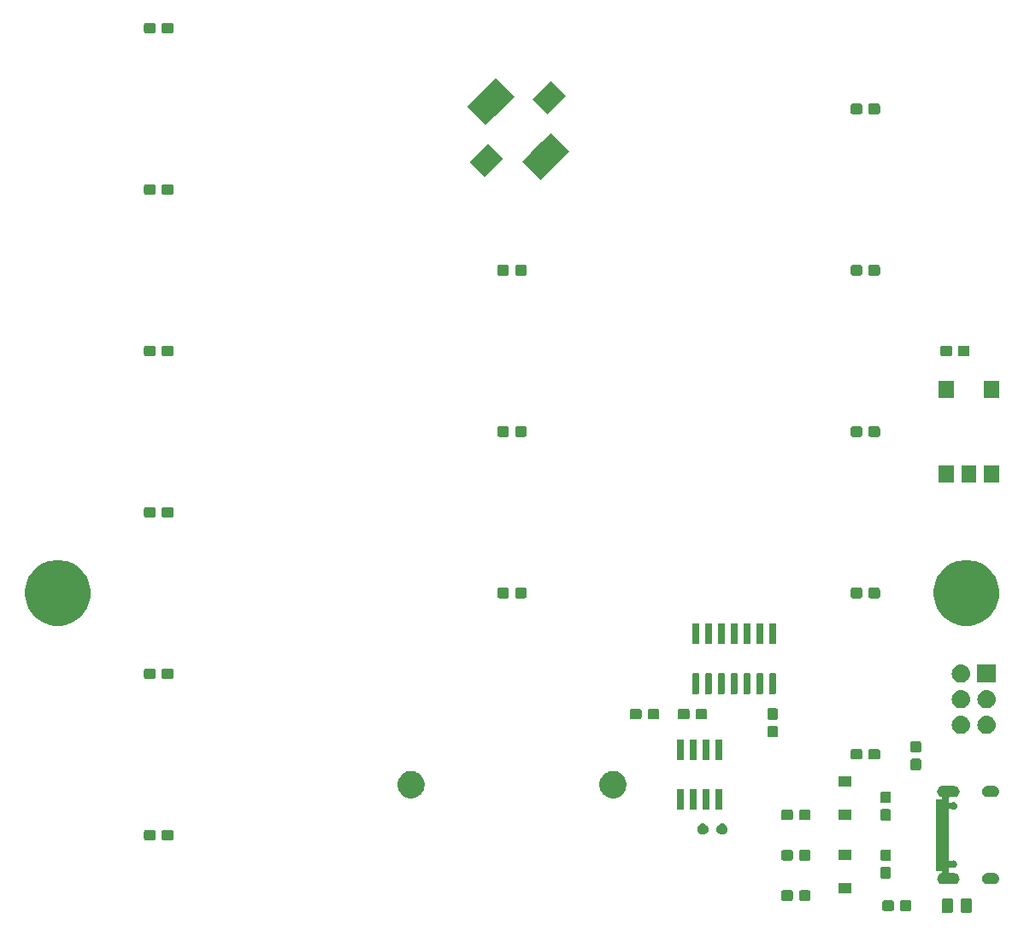
<source format=gbr>
G04 #@! TF.GenerationSoftware,KiCad,Pcbnew,5.1.2*
G04 #@! TF.CreationDate,2019-05-02T23:37:59-04:00*
G04 #@! TF.ProjectId,LED_Bar_Clock_2_Side_SMD,4c45445f-4261-4725-9f43-6c6f636b5f32,rev?*
G04 #@! TF.SameCoordinates,PX2faf080PY2faf080*
G04 #@! TF.FileFunction,Soldermask,Bot*
G04 #@! TF.FilePolarity,Negative*
%FSLAX46Y46*%
G04 Gerber Fmt 4.6, Leading zero omitted, Abs format (unit mm)*
G04 Created by KiCad (PCBNEW 5.1.2) date 2019-05-02 23:37:59*
%MOMM*%
%LPD*%
G04 APERTURE LIST*
%ADD10C,0.100000*%
G04 APERTURE END LIST*
D10*
G36*
X95371968Y-96253565D02*
G01*
X95410638Y-96265296D01*
X95446277Y-96284346D01*
X95477517Y-96309983D01*
X95503154Y-96341223D01*
X95522204Y-96376862D01*
X95533935Y-96415532D01*
X95538500Y-96461888D01*
X95538500Y-97538112D01*
X95533935Y-97584468D01*
X95522204Y-97623138D01*
X95503154Y-97658777D01*
X95477517Y-97690017D01*
X95446277Y-97715654D01*
X95410638Y-97734704D01*
X95371968Y-97746435D01*
X95325612Y-97751000D01*
X94674388Y-97751000D01*
X94628032Y-97746435D01*
X94589362Y-97734704D01*
X94553723Y-97715654D01*
X94522483Y-97690017D01*
X94496846Y-97658777D01*
X94477796Y-97623138D01*
X94466065Y-97584468D01*
X94461500Y-97538112D01*
X94461500Y-96461888D01*
X94466065Y-96415532D01*
X94477796Y-96376862D01*
X94496846Y-96341223D01*
X94522483Y-96309983D01*
X94553723Y-96284346D01*
X94589362Y-96265296D01*
X94628032Y-96253565D01*
X94674388Y-96249000D01*
X95325612Y-96249000D01*
X95371968Y-96253565D01*
X95371968Y-96253565D01*
G37*
G36*
X93496968Y-96253565D02*
G01*
X93535638Y-96265296D01*
X93571277Y-96284346D01*
X93602517Y-96309983D01*
X93628154Y-96341223D01*
X93647204Y-96376862D01*
X93658935Y-96415532D01*
X93663500Y-96461888D01*
X93663500Y-97538112D01*
X93658935Y-97584468D01*
X93647204Y-97623138D01*
X93628154Y-97658777D01*
X93602517Y-97690017D01*
X93571277Y-97715654D01*
X93535638Y-97734704D01*
X93496968Y-97746435D01*
X93450612Y-97751000D01*
X92799388Y-97751000D01*
X92753032Y-97746435D01*
X92714362Y-97734704D01*
X92678723Y-97715654D01*
X92647483Y-97690017D01*
X92621846Y-97658777D01*
X92602796Y-97623138D01*
X92591065Y-97584468D01*
X92586500Y-97538112D01*
X92586500Y-96461888D01*
X92591065Y-96415532D01*
X92602796Y-96376862D01*
X92621846Y-96341223D01*
X92647483Y-96309983D01*
X92678723Y-96284346D01*
X92714362Y-96265296D01*
X92753032Y-96253565D01*
X92799388Y-96249000D01*
X93450612Y-96249000D01*
X93496968Y-96253565D01*
X93496968Y-96253565D01*
G37*
G36*
X89414499Y-96478445D02*
G01*
X89451995Y-96489820D01*
X89486554Y-96508292D01*
X89516847Y-96533153D01*
X89541708Y-96563446D01*
X89560180Y-96598005D01*
X89571555Y-96635501D01*
X89576000Y-96680638D01*
X89576000Y-97319362D01*
X89571555Y-97364499D01*
X89560180Y-97401995D01*
X89541708Y-97436554D01*
X89516847Y-97466847D01*
X89486554Y-97491708D01*
X89451995Y-97510180D01*
X89414499Y-97521555D01*
X89369362Y-97526000D01*
X88630638Y-97526000D01*
X88585501Y-97521555D01*
X88548005Y-97510180D01*
X88513446Y-97491708D01*
X88483153Y-97466847D01*
X88458292Y-97436554D01*
X88439820Y-97401995D01*
X88428445Y-97364499D01*
X88424000Y-97319362D01*
X88424000Y-96680638D01*
X88428445Y-96635501D01*
X88439820Y-96598005D01*
X88458292Y-96563446D01*
X88483153Y-96533153D01*
X88513446Y-96508292D01*
X88548005Y-96489820D01*
X88585501Y-96478445D01*
X88630638Y-96474000D01*
X89369362Y-96474000D01*
X89414499Y-96478445D01*
X89414499Y-96478445D01*
G37*
G36*
X87664499Y-96478445D02*
G01*
X87701995Y-96489820D01*
X87736554Y-96508292D01*
X87766847Y-96533153D01*
X87791708Y-96563446D01*
X87810180Y-96598005D01*
X87821555Y-96635501D01*
X87826000Y-96680638D01*
X87826000Y-97319362D01*
X87821555Y-97364499D01*
X87810180Y-97401995D01*
X87791708Y-97436554D01*
X87766847Y-97466847D01*
X87736554Y-97491708D01*
X87701995Y-97510180D01*
X87664499Y-97521555D01*
X87619362Y-97526000D01*
X86880638Y-97526000D01*
X86835501Y-97521555D01*
X86798005Y-97510180D01*
X86763446Y-97491708D01*
X86733153Y-97466847D01*
X86708292Y-97436554D01*
X86689820Y-97401995D01*
X86678445Y-97364499D01*
X86674000Y-97319362D01*
X86674000Y-96680638D01*
X86678445Y-96635501D01*
X86689820Y-96598005D01*
X86708292Y-96563446D01*
X86733153Y-96533153D01*
X86763446Y-96508292D01*
X86798005Y-96489820D01*
X86835501Y-96478445D01*
X86880638Y-96474000D01*
X87619362Y-96474000D01*
X87664499Y-96478445D01*
X87664499Y-96478445D01*
G37*
G36*
X79414499Y-95478445D02*
G01*
X79451995Y-95489820D01*
X79486554Y-95508292D01*
X79516847Y-95533153D01*
X79541708Y-95563446D01*
X79560180Y-95598005D01*
X79571555Y-95635501D01*
X79576000Y-95680638D01*
X79576000Y-96319362D01*
X79571555Y-96364499D01*
X79560180Y-96401995D01*
X79541708Y-96436554D01*
X79516847Y-96466847D01*
X79486554Y-96491708D01*
X79451995Y-96510180D01*
X79414499Y-96521555D01*
X79369362Y-96526000D01*
X78630638Y-96526000D01*
X78585501Y-96521555D01*
X78548005Y-96510180D01*
X78513446Y-96491708D01*
X78483153Y-96466847D01*
X78458292Y-96436554D01*
X78439820Y-96401995D01*
X78428445Y-96364499D01*
X78424000Y-96319362D01*
X78424000Y-95680638D01*
X78428445Y-95635501D01*
X78439820Y-95598005D01*
X78458292Y-95563446D01*
X78483153Y-95533153D01*
X78513446Y-95508292D01*
X78548005Y-95489820D01*
X78585501Y-95478445D01*
X78630638Y-95474000D01*
X79369362Y-95474000D01*
X79414499Y-95478445D01*
X79414499Y-95478445D01*
G37*
G36*
X77664499Y-95478445D02*
G01*
X77701995Y-95489820D01*
X77736554Y-95508292D01*
X77766847Y-95533153D01*
X77791708Y-95563446D01*
X77810180Y-95598005D01*
X77821555Y-95635501D01*
X77826000Y-95680638D01*
X77826000Y-96319362D01*
X77821555Y-96364499D01*
X77810180Y-96401995D01*
X77791708Y-96436554D01*
X77766847Y-96466847D01*
X77736554Y-96491708D01*
X77701995Y-96510180D01*
X77664499Y-96521555D01*
X77619362Y-96526000D01*
X76880638Y-96526000D01*
X76835501Y-96521555D01*
X76798005Y-96510180D01*
X76763446Y-96491708D01*
X76733153Y-96466847D01*
X76708292Y-96436554D01*
X76689820Y-96401995D01*
X76678445Y-96364499D01*
X76674000Y-96319362D01*
X76674000Y-95680638D01*
X76678445Y-95635501D01*
X76689820Y-95598005D01*
X76708292Y-95563446D01*
X76733153Y-95533153D01*
X76763446Y-95508292D01*
X76798005Y-95489820D01*
X76835501Y-95478445D01*
X76880638Y-95474000D01*
X77619362Y-95474000D01*
X77664499Y-95478445D01*
X77664499Y-95478445D01*
G37*
G36*
X83651000Y-95801000D02*
G01*
X82349000Y-95801000D01*
X82349000Y-94799000D01*
X83651000Y-94799000D01*
X83651000Y-95801000D01*
X83651000Y-95801000D01*
G37*
G36*
X97808015Y-93776973D02*
G01*
X97911879Y-93808479D01*
X97939055Y-93823005D01*
X98007600Y-93859643D01*
X98091501Y-93928499D01*
X98160357Y-94012400D01*
X98187403Y-94063000D01*
X98211521Y-94108121D01*
X98243027Y-94211985D01*
X98253666Y-94320000D01*
X98243027Y-94428015D01*
X98211521Y-94531879D01*
X98211519Y-94531882D01*
X98160357Y-94627600D01*
X98091501Y-94711501D01*
X98007600Y-94780357D01*
X97939055Y-94816995D01*
X97911879Y-94831521D01*
X97808015Y-94863027D01*
X97727067Y-94871000D01*
X97072933Y-94871000D01*
X96991985Y-94863027D01*
X96888121Y-94831521D01*
X96860945Y-94816995D01*
X96792400Y-94780357D01*
X96708499Y-94711501D01*
X96639643Y-94627600D01*
X96588481Y-94531882D01*
X96588479Y-94531879D01*
X96556973Y-94428015D01*
X96546334Y-94320000D01*
X96556973Y-94211985D01*
X96588479Y-94108121D01*
X96612597Y-94063000D01*
X96639643Y-94012400D01*
X96708499Y-93928499D01*
X96792400Y-93859643D01*
X96860945Y-93823005D01*
X96888121Y-93808479D01*
X96991985Y-93776973D01*
X97072933Y-93769000D01*
X97727067Y-93769000D01*
X97808015Y-93776973D01*
X97808015Y-93776973D01*
G37*
G36*
X93878015Y-85136973D02*
G01*
X93981879Y-85168479D01*
X94009055Y-85183005D01*
X94077600Y-85219643D01*
X94161501Y-85288499D01*
X94230357Y-85372400D01*
X94266995Y-85440945D01*
X94281521Y-85468121D01*
X94313027Y-85571985D01*
X94323666Y-85680000D01*
X94313027Y-85788015D01*
X94281521Y-85891879D01*
X94281519Y-85891882D01*
X94230357Y-85987600D01*
X94161501Y-86071501D01*
X94077600Y-86140357D01*
X94009055Y-86176995D01*
X93981879Y-86191521D01*
X93878015Y-86223027D01*
X93797067Y-86231000D01*
X93395999Y-86231000D01*
X93371613Y-86233402D01*
X93348164Y-86240515D01*
X93326553Y-86252066D01*
X93307611Y-86267611D01*
X93292066Y-86286553D01*
X93280515Y-86308164D01*
X93273402Y-86331613D01*
X93271000Y-86355999D01*
X93271000Y-86725482D01*
X93273402Y-86749868D01*
X93280515Y-86773317D01*
X93292066Y-86794928D01*
X93307611Y-86813870D01*
X93326553Y-86829415D01*
X93348164Y-86840966D01*
X93371613Y-86848079D01*
X93395999Y-86850481D01*
X93420385Y-86848079D01*
X93443834Y-86840966D01*
X93465445Y-86829415D01*
X93475527Y-86821141D01*
X93480313Y-86817943D01*
X93480314Y-86817942D01*
X93541897Y-86776793D01*
X93610325Y-86748450D01*
X93610326Y-86748450D01*
X93610328Y-86748449D01*
X93682966Y-86734000D01*
X93757034Y-86734000D01*
X93829672Y-86748449D01*
X93829674Y-86748450D01*
X93829675Y-86748450D01*
X93898103Y-86776793D01*
X93959686Y-86817942D01*
X94012058Y-86870314D01*
X94053207Y-86931897D01*
X94081550Y-87000325D01*
X94096000Y-87072967D01*
X94096000Y-87147033D01*
X94081550Y-87219675D01*
X94053207Y-87288103D01*
X94012058Y-87349686D01*
X93959686Y-87402058D01*
X93898103Y-87443207D01*
X93829675Y-87471550D01*
X93829674Y-87471550D01*
X93829672Y-87471551D01*
X93757034Y-87486000D01*
X93682966Y-87486000D01*
X93610328Y-87471551D01*
X93610326Y-87471550D01*
X93610325Y-87471550D01*
X93541897Y-87443207D01*
X93480314Y-87402058D01*
X93480313Y-87402057D01*
X93475527Y-87398859D01*
X93465445Y-87390585D01*
X93443834Y-87379034D01*
X93420385Y-87371921D01*
X93395999Y-87369519D01*
X93371613Y-87371921D01*
X93348164Y-87379034D01*
X93326553Y-87390585D01*
X93307611Y-87406130D01*
X93292066Y-87425072D01*
X93280515Y-87446683D01*
X93273402Y-87470132D01*
X93271000Y-87494518D01*
X93271000Y-92490581D01*
X93273402Y-92514967D01*
X93280515Y-92538416D01*
X93292066Y-92560027D01*
X93307611Y-92578969D01*
X93326553Y-92594514D01*
X93348164Y-92606065D01*
X93371613Y-92613178D01*
X93395999Y-92615580D01*
X93420385Y-92613178D01*
X93443834Y-92606065D01*
X93465441Y-92594516D01*
X93521897Y-92556793D01*
X93590325Y-92528450D01*
X93590326Y-92528450D01*
X93590328Y-92528449D01*
X93662966Y-92514000D01*
X93737034Y-92514000D01*
X93809672Y-92528449D01*
X93809674Y-92528450D01*
X93809675Y-92528450D01*
X93878103Y-92556793D01*
X93939686Y-92597942D01*
X93992058Y-92650314D01*
X94033207Y-92711897D01*
X94061550Y-92780325D01*
X94076000Y-92852967D01*
X94076000Y-92927033D01*
X94061550Y-92999675D01*
X94033207Y-93068103D01*
X93992058Y-93129686D01*
X93939686Y-93182058D01*
X93878103Y-93223207D01*
X93809675Y-93251550D01*
X93809674Y-93251550D01*
X93809672Y-93251551D01*
X93737034Y-93266000D01*
X93662966Y-93266000D01*
X93590328Y-93251551D01*
X93590326Y-93251550D01*
X93590325Y-93251550D01*
X93521897Y-93223207D01*
X93465441Y-93185484D01*
X93443834Y-93173935D01*
X93420385Y-93166822D01*
X93395999Y-93164420D01*
X93371613Y-93166822D01*
X93348164Y-93173935D01*
X93326553Y-93185486D01*
X93307611Y-93201032D01*
X93292066Y-93219973D01*
X93280515Y-93241584D01*
X93273402Y-93265033D01*
X93271000Y-93289419D01*
X93271000Y-93644001D01*
X93273402Y-93668387D01*
X93280515Y-93691836D01*
X93292066Y-93713447D01*
X93307611Y-93732389D01*
X93326553Y-93747934D01*
X93348164Y-93759485D01*
X93371613Y-93766598D01*
X93395999Y-93769000D01*
X93797067Y-93769000D01*
X93878015Y-93776973D01*
X93981879Y-93808479D01*
X94009055Y-93823005D01*
X94077600Y-93859643D01*
X94161501Y-93928499D01*
X94230357Y-94012400D01*
X94257403Y-94063000D01*
X94281521Y-94108121D01*
X94313027Y-94211985D01*
X94323666Y-94320000D01*
X94313027Y-94428015D01*
X94281521Y-94531879D01*
X94281519Y-94531882D01*
X94230357Y-94627600D01*
X94161501Y-94711501D01*
X94077600Y-94780357D01*
X94009055Y-94816995D01*
X93981879Y-94831521D01*
X93878015Y-94863027D01*
X93797067Y-94871000D01*
X92642933Y-94871000D01*
X92561985Y-94863027D01*
X92458121Y-94831521D01*
X92430945Y-94816995D01*
X92362400Y-94780357D01*
X92278499Y-94711501D01*
X92209643Y-94627600D01*
X92158481Y-94531882D01*
X92158479Y-94531879D01*
X92126973Y-94428015D01*
X92116334Y-94320000D01*
X92126973Y-94211985D01*
X92158479Y-94108121D01*
X92182597Y-94063000D01*
X92209643Y-94012400D01*
X92278499Y-93928499D01*
X92362400Y-93859643D01*
X92430945Y-93823005D01*
X92458121Y-93808479D01*
X92500538Y-93795612D01*
X92523168Y-93786238D01*
X92543542Y-93772625D01*
X92560869Y-93755298D01*
X92574483Y-93734923D01*
X92583861Y-93712284D01*
X92588641Y-93688251D01*
X92588641Y-93663747D01*
X92583861Y-93639714D01*
X92574483Y-93617075D01*
X92560870Y-93596701D01*
X92543543Y-93579374D01*
X92523168Y-93565760D01*
X92500529Y-93556382D01*
X92476496Y-93551602D01*
X92464244Y-93551000D01*
X92019000Y-93551000D01*
X92019000Y-86449000D01*
X92464244Y-86449000D01*
X92488630Y-86446598D01*
X92512079Y-86439485D01*
X92533690Y-86427934D01*
X92552632Y-86412389D01*
X92568177Y-86393447D01*
X92579728Y-86371836D01*
X92586841Y-86348387D01*
X92589243Y-86324001D01*
X92586841Y-86299615D01*
X92579728Y-86276166D01*
X92568177Y-86254555D01*
X92552632Y-86235613D01*
X92533690Y-86220068D01*
X92512079Y-86208517D01*
X92500547Y-86204391D01*
X92458121Y-86191521D01*
X92430945Y-86176995D01*
X92362400Y-86140357D01*
X92278499Y-86071501D01*
X92209643Y-85987600D01*
X92158481Y-85891882D01*
X92158479Y-85891879D01*
X92126973Y-85788015D01*
X92116334Y-85680000D01*
X92126973Y-85571985D01*
X92158479Y-85468121D01*
X92173005Y-85440945D01*
X92209643Y-85372400D01*
X92278499Y-85288499D01*
X92362400Y-85219643D01*
X92430945Y-85183005D01*
X92458121Y-85168479D01*
X92561985Y-85136973D01*
X92642933Y-85129000D01*
X93797067Y-85129000D01*
X93878015Y-85136973D01*
X93878015Y-85136973D01*
G37*
G36*
X87364499Y-93178445D02*
G01*
X87401995Y-93189820D01*
X87436554Y-93208292D01*
X87466847Y-93233153D01*
X87491708Y-93263446D01*
X87510180Y-93298005D01*
X87521555Y-93335501D01*
X87526000Y-93380638D01*
X87526000Y-94119362D01*
X87521555Y-94164499D01*
X87510180Y-94201995D01*
X87491708Y-94236554D01*
X87466847Y-94266847D01*
X87436554Y-94291708D01*
X87401995Y-94310180D01*
X87364499Y-94321555D01*
X87319362Y-94326000D01*
X86680638Y-94326000D01*
X86635501Y-94321555D01*
X86598005Y-94310180D01*
X86563446Y-94291708D01*
X86533153Y-94266847D01*
X86508292Y-94236554D01*
X86489820Y-94201995D01*
X86478445Y-94164499D01*
X86474000Y-94119362D01*
X86474000Y-93380638D01*
X86478445Y-93335501D01*
X86489820Y-93298005D01*
X86508292Y-93263446D01*
X86533153Y-93233153D01*
X86563446Y-93208292D01*
X86598005Y-93189820D01*
X86635501Y-93178445D01*
X86680638Y-93174000D01*
X87319362Y-93174000D01*
X87364499Y-93178445D01*
X87364499Y-93178445D01*
G37*
G36*
X87364499Y-91428445D02*
G01*
X87401995Y-91439820D01*
X87436554Y-91458292D01*
X87466847Y-91483153D01*
X87491708Y-91513446D01*
X87510180Y-91548005D01*
X87521555Y-91585501D01*
X87526000Y-91630638D01*
X87526000Y-92369362D01*
X87521555Y-92414499D01*
X87510180Y-92451995D01*
X87491708Y-92486554D01*
X87466847Y-92516847D01*
X87436554Y-92541708D01*
X87401995Y-92560180D01*
X87364499Y-92571555D01*
X87319362Y-92576000D01*
X86680638Y-92576000D01*
X86635501Y-92571555D01*
X86598005Y-92560180D01*
X86563446Y-92541708D01*
X86533153Y-92516847D01*
X86508292Y-92486554D01*
X86489820Y-92451995D01*
X86478445Y-92414499D01*
X86474000Y-92369362D01*
X86474000Y-91630638D01*
X86478445Y-91585501D01*
X86489820Y-91548005D01*
X86508292Y-91513446D01*
X86533153Y-91483153D01*
X86563446Y-91458292D01*
X86598005Y-91439820D01*
X86635501Y-91428445D01*
X86680638Y-91424000D01*
X87319362Y-91424000D01*
X87364499Y-91428445D01*
X87364499Y-91428445D01*
G37*
G36*
X79414499Y-91478445D02*
G01*
X79451995Y-91489820D01*
X79486554Y-91508292D01*
X79516847Y-91533153D01*
X79541708Y-91563446D01*
X79560180Y-91598005D01*
X79571555Y-91635501D01*
X79576000Y-91680638D01*
X79576000Y-92319362D01*
X79571555Y-92364499D01*
X79560180Y-92401995D01*
X79541708Y-92436554D01*
X79516847Y-92466847D01*
X79486554Y-92491708D01*
X79451995Y-92510180D01*
X79414499Y-92521555D01*
X79369362Y-92526000D01*
X78630638Y-92526000D01*
X78585501Y-92521555D01*
X78548005Y-92510180D01*
X78513446Y-92491708D01*
X78483153Y-92466847D01*
X78458292Y-92436554D01*
X78439820Y-92401995D01*
X78428445Y-92364499D01*
X78424000Y-92319362D01*
X78424000Y-91680638D01*
X78428445Y-91635501D01*
X78439820Y-91598005D01*
X78458292Y-91563446D01*
X78483153Y-91533153D01*
X78513446Y-91508292D01*
X78548005Y-91489820D01*
X78585501Y-91478445D01*
X78630638Y-91474000D01*
X79369362Y-91474000D01*
X79414499Y-91478445D01*
X79414499Y-91478445D01*
G37*
G36*
X77664499Y-91478445D02*
G01*
X77701995Y-91489820D01*
X77736554Y-91508292D01*
X77766847Y-91533153D01*
X77791708Y-91563446D01*
X77810180Y-91598005D01*
X77821555Y-91635501D01*
X77826000Y-91680638D01*
X77826000Y-92319362D01*
X77821555Y-92364499D01*
X77810180Y-92401995D01*
X77791708Y-92436554D01*
X77766847Y-92466847D01*
X77736554Y-92491708D01*
X77701995Y-92510180D01*
X77664499Y-92521555D01*
X77619362Y-92526000D01*
X76880638Y-92526000D01*
X76835501Y-92521555D01*
X76798005Y-92510180D01*
X76763446Y-92491708D01*
X76733153Y-92466847D01*
X76708292Y-92436554D01*
X76689820Y-92401995D01*
X76678445Y-92364499D01*
X76674000Y-92319362D01*
X76674000Y-91680638D01*
X76678445Y-91635501D01*
X76689820Y-91598005D01*
X76708292Y-91563446D01*
X76733153Y-91533153D01*
X76763446Y-91508292D01*
X76798005Y-91489820D01*
X76835501Y-91478445D01*
X76880638Y-91474000D01*
X77619362Y-91474000D01*
X77664499Y-91478445D01*
X77664499Y-91478445D01*
G37*
G36*
X83651000Y-92501000D02*
G01*
X82349000Y-92501000D01*
X82349000Y-91499000D01*
X83651000Y-91499000D01*
X83651000Y-92501000D01*
X83651000Y-92501000D01*
G37*
G36*
X14539499Y-89478445D02*
G01*
X14576995Y-89489820D01*
X14611554Y-89508292D01*
X14641847Y-89533153D01*
X14666708Y-89563446D01*
X14685180Y-89598005D01*
X14696555Y-89635501D01*
X14701000Y-89680638D01*
X14701000Y-90319362D01*
X14696555Y-90364499D01*
X14685180Y-90401995D01*
X14666708Y-90436554D01*
X14641847Y-90466847D01*
X14611554Y-90491708D01*
X14576995Y-90510180D01*
X14539499Y-90521555D01*
X14494362Y-90526000D01*
X13755638Y-90526000D01*
X13710501Y-90521555D01*
X13673005Y-90510180D01*
X13638446Y-90491708D01*
X13608153Y-90466847D01*
X13583292Y-90436554D01*
X13564820Y-90401995D01*
X13553445Y-90364499D01*
X13549000Y-90319362D01*
X13549000Y-89680638D01*
X13553445Y-89635501D01*
X13564820Y-89598005D01*
X13583292Y-89563446D01*
X13608153Y-89533153D01*
X13638446Y-89508292D01*
X13673005Y-89489820D01*
X13710501Y-89478445D01*
X13755638Y-89474000D01*
X14494362Y-89474000D01*
X14539499Y-89478445D01*
X14539499Y-89478445D01*
G37*
G36*
X16289499Y-89478445D02*
G01*
X16326995Y-89489820D01*
X16361554Y-89508292D01*
X16391847Y-89533153D01*
X16416708Y-89563446D01*
X16435180Y-89598005D01*
X16446555Y-89635501D01*
X16451000Y-89680638D01*
X16451000Y-90319362D01*
X16446555Y-90364499D01*
X16435180Y-90401995D01*
X16416708Y-90436554D01*
X16391847Y-90466847D01*
X16361554Y-90491708D01*
X16326995Y-90510180D01*
X16289499Y-90521555D01*
X16244362Y-90526000D01*
X15505638Y-90526000D01*
X15460501Y-90521555D01*
X15423005Y-90510180D01*
X15388446Y-90491708D01*
X15358153Y-90466847D01*
X15333292Y-90436554D01*
X15314820Y-90401995D01*
X15303445Y-90364499D01*
X15299000Y-90319362D01*
X15299000Y-89680638D01*
X15303445Y-89635501D01*
X15314820Y-89598005D01*
X15333292Y-89563446D01*
X15358153Y-89533153D01*
X15388446Y-89508292D01*
X15423005Y-89489820D01*
X15460501Y-89478445D01*
X15505638Y-89474000D01*
X16244362Y-89474000D01*
X16289499Y-89478445D01*
X16289499Y-89478445D01*
G37*
G36*
X69060721Y-88870174D02*
G01*
X69160995Y-88911709D01*
X69160996Y-88911710D01*
X69251242Y-88972010D01*
X69327990Y-89048758D01*
X69358345Y-89094188D01*
X69388291Y-89139005D01*
X69429826Y-89239279D01*
X69451000Y-89345730D01*
X69451000Y-89454270D01*
X69429826Y-89560721D01*
X69388291Y-89660995D01*
X69358345Y-89705812D01*
X69327990Y-89751242D01*
X69251242Y-89827990D01*
X69205812Y-89858345D01*
X69160995Y-89888291D01*
X69060721Y-89929826D01*
X68954270Y-89951000D01*
X68845730Y-89951000D01*
X68739279Y-89929826D01*
X68639005Y-89888291D01*
X68594188Y-89858345D01*
X68548758Y-89827990D01*
X68472010Y-89751242D01*
X68441655Y-89705812D01*
X68411709Y-89660995D01*
X68370174Y-89560721D01*
X68349000Y-89454270D01*
X68349000Y-89345730D01*
X68370174Y-89239279D01*
X68411709Y-89139005D01*
X68441655Y-89094188D01*
X68472010Y-89048758D01*
X68548758Y-88972010D01*
X68639004Y-88911710D01*
X68639005Y-88911709D01*
X68739279Y-88870174D01*
X68845730Y-88849000D01*
X68954270Y-88849000D01*
X69060721Y-88870174D01*
X69060721Y-88870174D01*
G37*
G36*
X70960721Y-88870174D02*
G01*
X71060995Y-88911709D01*
X71060996Y-88911710D01*
X71151242Y-88972010D01*
X71227990Y-89048758D01*
X71258345Y-89094188D01*
X71288291Y-89139005D01*
X71329826Y-89239279D01*
X71351000Y-89345730D01*
X71351000Y-89454270D01*
X71329826Y-89560721D01*
X71288291Y-89660995D01*
X71258345Y-89705812D01*
X71227990Y-89751242D01*
X71151242Y-89827990D01*
X71105812Y-89858345D01*
X71060995Y-89888291D01*
X70960721Y-89929826D01*
X70854270Y-89951000D01*
X70745730Y-89951000D01*
X70639279Y-89929826D01*
X70539005Y-89888291D01*
X70494188Y-89858345D01*
X70448758Y-89827990D01*
X70372010Y-89751242D01*
X70341655Y-89705812D01*
X70311709Y-89660995D01*
X70270174Y-89560721D01*
X70249000Y-89454270D01*
X70249000Y-89345730D01*
X70270174Y-89239279D01*
X70311709Y-89139005D01*
X70341655Y-89094188D01*
X70372010Y-89048758D01*
X70448758Y-88972010D01*
X70539004Y-88911710D01*
X70539005Y-88911709D01*
X70639279Y-88870174D01*
X70745730Y-88849000D01*
X70854270Y-88849000D01*
X70960721Y-88870174D01*
X70960721Y-88870174D01*
G37*
G36*
X87364499Y-87428445D02*
G01*
X87401995Y-87439820D01*
X87436554Y-87458292D01*
X87466847Y-87483153D01*
X87491708Y-87513446D01*
X87510180Y-87548005D01*
X87521555Y-87585501D01*
X87526000Y-87630638D01*
X87526000Y-88369362D01*
X87521555Y-88414499D01*
X87510180Y-88451995D01*
X87491708Y-88486554D01*
X87466847Y-88516847D01*
X87436554Y-88541708D01*
X87401995Y-88560180D01*
X87364499Y-88571555D01*
X87319362Y-88576000D01*
X86680638Y-88576000D01*
X86635501Y-88571555D01*
X86598005Y-88560180D01*
X86563446Y-88541708D01*
X86533153Y-88516847D01*
X86508292Y-88486554D01*
X86489820Y-88451995D01*
X86478445Y-88414499D01*
X86474000Y-88369362D01*
X86474000Y-87630638D01*
X86478445Y-87585501D01*
X86489820Y-87548005D01*
X86508292Y-87513446D01*
X86533153Y-87483153D01*
X86563446Y-87458292D01*
X86598005Y-87439820D01*
X86635501Y-87428445D01*
X86680638Y-87424000D01*
X87319362Y-87424000D01*
X87364499Y-87428445D01*
X87364499Y-87428445D01*
G37*
G36*
X77664499Y-87478445D02*
G01*
X77701995Y-87489820D01*
X77736554Y-87508292D01*
X77766847Y-87533153D01*
X77791708Y-87563446D01*
X77810180Y-87598005D01*
X77821555Y-87635501D01*
X77826000Y-87680638D01*
X77826000Y-88319362D01*
X77821555Y-88364499D01*
X77810180Y-88401995D01*
X77791708Y-88436554D01*
X77766847Y-88466847D01*
X77736554Y-88491708D01*
X77701995Y-88510180D01*
X77664499Y-88521555D01*
X77619362Y-88526000D01*
X76880638Y-88526000D01*
X76835501Y-88521555D01*
X76798005Y-88510180D01*
X76763446Y-88491708D01*
X76733153Y-88466847D01*
X76708292Y-88436554D01*
X76689820Y-88401995D01*
X76678445Y-88364499D01*
X76674000Y-88319362D01*
X76674000Y-87680638D01*
X76678445Y-87635501D01*
X76689820Y-87598005D01*
X76708292Y-87563446D01*
X76733153Y-87533153D01*
X76763446Y-87508292D01*
X76798005Y-87489820D01*
X76835501Y-87478445D01*
X76880638Y-87474000D01*
X77619362Y-87474000D01*
X77664499Y-87478445D01*
X77664499Y-87478445D01*
G37*
G36*
X79414499Y-87478445D02*
G01*
X79451995Y-87489820D01*
X79486554Y-87508292D01*
X79516847Y-87533153D01*
X79541708Y-87563446D01*
X79560180Y-87598005D01*
X79571555Y-87635501D01*
X79576000Y-87680638D01*
X79576000Y-88319362D01*
X79571555Y-88364499D01*
X79560180Y-88401995D01*
X79541708Y-88436554D01*
X79516847Y-88466847D01*
X79486554Y-88491708D01*
X79451995Y-88510180D01*
X79414499Y-88521555D01*
X79369362Y-88526000D01*
X78630638Y-88526000D01*
X78585501Y-88521555D01*
X78548005Y-88510180D01*
X78513446Y-88491708D01*
X78483153Y-88466847D01*
X78458292Y-88436554D01*
X78439820Y-88401995D01*
X78428445Y-88364499D01*
X78424000Y-88319362D01*
X78424000Y-87680638D01*
X78428445Y-87635501D01*
X78439820Y-87598005D01*
X78458292Y-87563446D01*
X78483153Y-87533153D01*
X78513446Y-87508292D01*
X78548005Y-87489820D01*
X78585501Y-87478445D01*
X78630638Y-87474000D01*
X79369362Y-87474000D01*
X79414499Y-87478445D01*
X79414499Y-87478445D01*
G37*
G36*
X83651000Y-88501000D02*
G01*
X82349000Y-88501000D01*
X82349000Y-87499000D01*
X83651000Y-87499000D01*
X83651000Y-88501000D01*
X83651000Y-88501000D01*
G37*
G36*
X66954928Y-85451764D02*
G01*
X66976009Y-85458160D01*
X66995445Y-85468548D01*
X67012476Y-85482524D01*
X67026452Y-85499555D01*
X67036840Y-85518991D01*
X67043236Y-85540072D01*
X67046000Y-85568140D01*
X67046000Y-87381860D01*
X67043236Y-87409928D01*
X67036840Y-87431009D01*
X67026452Y-87450445D01*
X67012476Y-87467476D01*
X66995445Y-87481452D01*
X66976009Y-87491840D01*
X66954928Y-87498236D01*
X66926860Y-87501000D01*
X66463140Y-87501000D01*
X66435072Y-87498236D01*
X66413991Y-87491840D01*
X66394555Y-87481452D01*
X66377524Y-87467476D01*
X66363548Y-87450445D01*
X66353160Y-87431009D01*
X66346764Y-87409928D01*
X66344000Y-87381860D01*
X66344000Y-85568140D01*
X66346764Y-85540072D01*
X66353160Y-85518991D01*
X66363548Y-85499555D01*
X66377524Y-85482524D01*
X66394555Y-85468548D01*
X66413991Y-85458160D01*
X66435072Y-85451764D01*
X66463140Y-85449000D01*
X66926860Y-85449000D01*
X66954928Y-85451764D01*
X66954928Y-85451764D01*
G37*
G36*
X70764928Y-85451764D02*
G01*
X70786009Y-85458160D01*
X70805445Y-85468548D01*
X70822476Y-85482524D01*
X70836452Y-85499555D01*
X70846840Y-85518991D01*
X70853236Y-85540072D01*
X70856000Y-85568140D01*
X70856000Y-87381860D01*
X70853236Y-87409928D01*
X70846840Y-87431009D01*
X70836452Y-87450445D01*
X70822476Y-87467476D01*
X70805445Y-87481452D01*
X70786009Y-87491840D01*
X70764928Y-87498236D01*
X70736860Y-87501000D01*
X70273140Y-87501000D01*
X70245072Y-87498236D01*
X70223991Y-87491840D01*
X70204555Y-87481452D01*
X70187524Y-87467476D01*
X70173548Y-87450445D01*
X70163160Y-87431009D01*
X70156764Y-87409928D01*
X70154000Y-87381860D01*
X70154000Y-85568140D01*
X70156764Y-85540072D01*
X70163160Y-85518991D01*
X70173548Y-85499555D01*
X70187524Y-85482524D01*
X70204555Y-85468548D01*
X70223991Y-85458160D01*
X70245072Y-85451764D01*
X70273140Y-85449000D01*
X70736860Y-85449000D01*
X70764928Y-85451764D01*
X70764928Y-85451764D01*
G37*
G36*
X68224928Y-85451764D02*
G01*
X68246009Y-85458160D01*
X68265445Y-85468548D01*
X68282476Y-85482524D01*
X68296452Y-85499555D01*
X68306840Y-85518991D01*
X68313236Y-85540072D01*
X68316000Y-85568140D01*
X68316000Y-87381860D01*
X68313236Y-87409928D01*
X68306840Y-87431009D01*
X68296452Y-87450445D01*
X68282476Y-87467476D01*
X68265445Y-87481452D01*
X68246009Y-87491840D01*
X68224928Y-87498236D01*
X68196860Y-87501000D01*
X67733140Y-87501000D01*
X67705072Y-87498236D01*
X67683991Y-87491840D01*
X67664555Y-87481452D01*
X67647524Y-87467476D01*
X67633548Y-87450445D01*
X67623160Y-87431009D01*
X67616764Y-87409928D01*
X67614000Y-87381860D01*
X67614000Y-85568140D01*
X67616764Y-85540072D01*
X67623160Y-85518991D01*
X67633548Y-85499555D01*
X67647524Y-85482524D01*
X67664555Y-85468548D01*
X67683991Y-85458160D01*
X67705072Y-85451764D01*
X67733140Y-85449000D01*
X68196860Y-85449000D01*
X68224928Y-85451764D01*
X68224928Y-85451764D01*
G37*
G36*
X69494928Y-85451764D02*
G01*
X69516009Y-85458160D01*
X69535445Y-85468548D01*
X69552476Y-85482524D01*
X69566452Y-85499555D01*
X69576840Y-85518991D01*
X69583236Y-85540072D01*
X69586000Y-85568140D01*
X69586000Y-87381860D01*
X69583236Y-87409928D01*
X69576840Y-87431009D01*
X69566452Y-87450445D01*
X69552476Y-87467476D01*
X69535445Y-87481452D01*
X69516009Y-87491840D01*
X69494928Y-87498236D01*
X69466860Y-87501000D01*
X69003140Y-87501000D01*
X68975072Y-87498236D01*
X68953991Y-87491840D01*
X68934555Y-87481452D01*
X68917524Y-87467476D01*
X68903548Y-87450445D01*
X68893160Y-87431009D01*
X68886764Y-87409928D01*
X68884000Y-87381860D01*
X68884000Y-85568140D01*
X68886764Y-85540072D01*
X68893160Y-85518991D01*
X68903548Y-85499555D01*
X68917524Y-85482524D01*
X68934555Y-85468548D01*
X68953991Y-85458160D01*
X68975072Y-85451764D01*
X69003140Y-85449000D01*
X69466860Y-85449000D01*
X69494928Y-85451764D01*
X69494928Y-85451764D01*
G37*
G36*
X87364499Y-85678445D02*
G01*
X87401995Y-85689820D01*
X87436554Y-85708292D01*
X87466847Y-85733153D01*
X87491708Y-85763446D01*
X87510180Y-85798005D01*
X87521555Y-85835501D01*
X87526000Y-85880638D01*
X87526000Y-86619362D01*
X87521555Y-86664499D01*
X87510180Y-86701995D01*
X87491708Y-86736554D01*
X87466847Y-86766847D01*
X87436554Y-86791708D01*
X87401995Y-86810180D01*
X87364499Y-86821555D01*
X87319362Y-86826000D01*
X86680638Y-86826000D01*
X86635501Y-86821555D01*
X86598005Y-86810180D01*
X86563446Y-86791708D01*
X86533153Y-86766847D01*
X86508292Y-86736554D01*
X86489820Y-86701995D01*
X86478445Y-86664499D01*
X86474000Y-86619362D01*
X86474000Y-85880638D01*
X86478445Y-85835501D01*
X86489820Y-85798005D01*
X86508292Y-85763446D01*
X86533153Y-85733153D01*
X86563446Y-85708292D01*
X86598005Y-85689820D01*
X86635501Y-85678445D01*
X86680638Y-85674000D01*
X87319362Y-85674000D01*
X87364499Y-85678445D01*
X87364499Y-85678445D01*
G37*
G36*
X60394072Y-83700918D02*
G01*
X60639939Y-83802759D01*
X60751328Y-83877187D01*
X60861211Y-83950609D01*
X61049391Y-84138789D01*
X61197242Y-84360063D01*
X61299082Y-84605928D01*
X61351000Y-84866937D01*
X61351000Y-85133063D01*
X61299082Y-85394072D01*
X61255039Y-85500403D01*
X61197241Y-85639939D01*
X61049390Y-85861212D01*
X60861212Y-86049390D01*
X60639939Y-86197241D01*
X60639938Y-86197242D01*
X60639937Y-86197242D01*
X60394072Y-86299082D01*
X60133063Y-86351000D01*
X59866937Y-86351000D01*
X59605928Y-86299082D01*
X59360063Y-86197242D01*
X59360062Y-86197242D01*
X59360061Y-86197241D01*
X59138788Y-86049390D01*
X58950610Y-85861212D01*
X58802759Y-85639939D01*
X58744962Y-85500403D01*
X58700918Y-85394072D01*
X58649000Y-85133063D01*
X58649000Y-84866937D01*
X58700918Y-84605928D01*
X58802758Y-84360063D01*
X58950609Y-84138789D01*
X59138789Y-83950609D01*
X59248672Y-83877187D01*
X59360061Y-83802759D01*
X59605928Y-83700918D01*
X59866937Y-83649000D01*
X60133063Y-83649000D01*
X60394072Y-83700918D01*
X60394072Y-83700918D01*
G37*
G36*
X40394072Y-83700918D02*
G01*
X40639939Y-83802759D01*
X40751328Y-83877187D01*
X40861211Y-83950609D01*
X41049391Y-84138789D01*
X41197242Y-84360063D01*
X41299082Y-84605928D01*
X41351000Y-84866937D01*
X41351000Y-85133063D01*
X41299082Y-85394072D01*
X41255039Y-85500403D01*
X41197241Y-85639939D01*
X41049390Y-85861212D01*
X40861212Y-86049390D01*
X40639939Y-86197241D01*
X40639938Y-86197242D01*
X40639937Y-86197242D01*
X40394072Y-86299082D01*
X40133063Y-86351000D01*
X39866937Y-86351000D01*
X39605928Y-86299082D01*
X39360063Y-86197242D01*
X39360062Y-86197242D01*
X39360061Y-86197241D01*
X39138788Y-86049390D01*
X38950610Y-85861212D01*
X38802759Y-85639939D01*
X38744962Y-85500403D01*
X38700918Y-85394072D01*
X38649000Y-85133063D01*
X38649000Y-84866937D01*
X38700918Y-84605928D01*
X38802758Y-84360063D01*
X38950609Y-84138789D01*
X39138789Y-83950609D01*
X39248672Y-83877187D01*
X39360061Y-83802759D01*
X39605928Y-83700918D01*
X39866937Y-83649000D01*
X40133063Y-83649000D01*
X40394072Y-83700918D01*
X40394072Y-83700918D01*
G37*
G36*
X97808015Y-85136973D02*
G01*
X97911879Y-85168479D01*
X97939055Y-85183005D01*
X98007600Y-85219643D01*
X98091501Y-85288499D01*
X98160357Y-85372400D01*
X98196995Y-85440945D01*
X98211521Y-85468121D01*
X98243027Y-85571985D01*
X98253666Y-85680000D01*
X98243027Y-85788015D01*
X98211521Y-85891879D01*
X98211519Y-85891882D01*
X98160357Y-85987600D01*
X98091501Y-86071501D01*
X98007600Y-86140357D01*
X97939055Y-86176995D01*
X97911879Y-86191521D01*
X97808015Y-86223027D01*
X97727067Y-86231000D01*
X97072933Y-86231000D01*
X96991985Y-86223027D01*
X96888121Y-86191521D01*
X96860945Y-86176995D01*
X96792400Y-86140357D01*
X96708499Y-86071501D01*
X96639643Y-85987600D01*
X96588481Y-85891882D01*
X96588479Y-85891879D01*
X96556973Y-85788015D01*
X96546334Y-85680000D01*
X96556973Y-85571985D01*
X96588479Y-85468121D01*
X96603005Y-85440945D01*
X96639643Y-85372400D01*
X96708499Y-85288499D01*
X96792400Y-85219643D01*
X96860945Y-85183005D01*
X96888121Y-85168479D01*
X96991985Y-85136973D01*
X97072933Y-85129000D01*
X97727067Y-85129000D01*
X97808015Y-85136973D01*
X97808015Y-85136973D01*
G37*
G36*
X83651000Y-85201000D02*
G01*
X82349000Y-85201000D01*
X82349000Y-84199000D01*
X83651000Y-84199000D01*
X83651000Y-85201000D01*
X83651000Y-85201000D01*
G37*
G36*
X90364499Y-82428445D02*
G01*
X90401995Y-82439820D01*
X90436554Y-82458292D01*
X90466847Y-82483153D01*
X90491708Y-82513446D01*
X90510180Y-82548005D01*
X90521555Y-82585501D01*
X90526000Y-82630638D01*
X90526000Y-83369362D01*
X90521555Y-83414499D01*
X90510180Y-83451995D01*
X90491708Y-83486554D01*
X90466847Y-83516847D01*
X90436554Y-83541708D01*
X90401995Y-83560180D01*
X90364499Y-83571555D01*
X90319362Y-83576000D01*
X89680638Y-83576000D01*
X89635501Y-83571555D01*
X89598005Y-83560180D01*
X89563446Y-83541708D01*
X89533153Y-83516847D01*
X89508292Y-83486554D01*
X89489820Y-83451995D01*
X89478445Y-83414499D01*
X89474000Y-83369362D01*
X89474000Y-82630638D01*
X89478445Y-82585501D01*
X89489820Y-82548005D01*
X89508292Y-82513446D01*
X89533153Y-82483153D01*
X89563446Y-82458292D01*
X89598005Y-82439820D01*
X89635501Y-82428445D01*
X89680638Y-82424000D01*
X90319362Y-82424000D01*
X90364499Y-82428445D01*
X90364499Y-82428445D01*
G37*
G36*
X70764928Y-80501764D02*
G01*
X70786009Y-80508160D01*
X70805445Y-80518548D01*
X70822476Y-80532524D01*
X70836452Y-80549555D01*
X70846840Y-80568991D01*
X70853236Y-80590072D01*
X70856000Y-80618140D01*
X70856000Y-82431860D01*
X70853236Y-82459928D01*
X70846840Y-82481009D01*
X70836452Y-82500445D01*
X70822476Y-82517476D01*
X70805445Y-82531452D01*
X70786009Y-82541840D01*
X70764928Y-82548236D01*
X70736860Y-82551000D01*
X70273140Y-82551000D01*
X70245072Y-82548236D01*
X70223991Y-82541840D01*
X70204555Y-82531452D01*
X70187524Y-82517476D01*
X70173548Y-82500445D01*
X70163160Y-82481009D01*
X70156764Y-82459928D01*
X70154000Y-82431860D01*
X70154000Y-80618140D01*
X70156764Y-80590072D01*
X70163160Y-80568991D01*
X70173548Y-80549555D01*
X70187524Y-80532524D01*
X70204555Y-80518548D01*
X70223991Y-80508160D01*
X70245072Y-80501764D01*
X70273140Y-80499000D01*
X70736860Y-80499000D01*
X70764928Y-80501764D01*
X70764928Y-80501764D01*
G37*
G36*
X69494928Y-80501764D02*
G01*
X69516009Y-80508160D01*
X69535445Y-80518548D01*
X69552476Y-80532524D01*
X69566452Y-80549555D01*
X69576840Y-80568991D01*
X69583236Y-80590072D01*
X69586000Y-80618140D01*
X69586000Y-82431860D01*
X69583236Y-82459928D01*
X69576840Y-82481009D01*
X69566452Y-82500445D01*
X69552476Y-82517476D01*
X69535445Y-82531452D01*
X69516009Y-82541840D01*
X69494928Y-82548236D01*
X69466860Y-82551000D01*
X69003140Y-82551000D01*
X68975072Y-82548236D01*
X68953991Y-82541840D01*
X68934555Y-82531452D01*
X68917524Y-82517476D01*
X68903548Y-82500445D01*
X68893160Y-82481009D01*
X68886764Y-82459928D01*
X68884000Y-82431860D01*
X68884000Y-80618140D01*
X68886764Y-80590072D01*
X68893160Y-80568991D01*
X68903548Y-80549555D01*
X68917524Y-80532524D01*
X68934555Y-80518548D01*
X68953991Y-80508160D01*
X68975072Y-80501764D01*
X69003140Y-80499000D01*
X69466860Y-80499000D01*
X69494928Y-80501764D01*
X69494928Y-80501764D01*
G37*
G36*
X68224928Y-80501764D02*
G01*
X68246009Y-80508160D01*
X68265445Y-80518548D01*
X68282476Y-80532524D01*
X68296452Y-80549555D01*
X68306840Y-80568991D01*
X68313236Y-80590072D01*
X68316000Y-80618140D01*
X68316000Y-82431860D01*
X68313236Y-82459928D01*
X68306840Y-82481009D01*
X68296452Y-82500445D01*
X68282476Y-82517476D01*
X68265445Y-82531452D01*
X68246009Y-82541840D01*
X68224928Y-82548236D01*
X68196860Y-82551000D01*
X67733140Y-82551000D01*
X67705072Y-82548236D01*
X67683991Y-82541840D01*
X67664555Y-82531452D01*
X67647524Y-82517476D01*
X67633548Y-82500445D01*
X67623160Y-82481009D01*
X67616764Y-82459928D01*
X67614000Y-82431860D01*
X67614000Y-80618140D01*
X67616764Y-80590072D01*
X67623160Y-80568991D01*
X67633548Y-80549555D01*
X67647524Y-80532524D01*
X67664555Y-80518548D01*
X67683991Y-80508160D01*
X67705072Y-80501764D01*
X67733140Y-80499000D01*
X68196860Y-80499000D01*
X68224928Y-80501764D01*
X68224928Y-80501764D01*
G37*
G36*
X66954928Y-80501764D02*
G01*
X66976009Y-80508160D01*
X66995445Y-80518548D01*
X67012476Y-80532524D01*
X67026452Y-80549555D01*
X67036840Y-80568991D01*
X67043236Y-80590072D01*
X67046000Y-80618140D01*
X67046000Y-82431860D01*
X67043236Y-82459928D01*
X67036840Y-82481009D01*
X67026452Y-82500445D01*
X67012476Y-82517476D01*
X66995445Y-82531452D01*
X66976009Y-82541840D01*
X66954928Y-82548236D01*
X66926860Y-82551000D01*
X66463140Y-82551000D01*
X66435072Y-82548236D01*
X66413991Y-82541840D01*
X66394555Y-82531452D01*
X66377524Y-82517476D01*
X66363548Y-82500445D01*
X66353160Y-82481009D01*
X66346764Y-82459928D01*
X66344000Y-82431860D01*
X66344000Y-80618140D01*
X66346764Y-80590072D01*
X66353160Y-80568991D01*
X66363548Y-80549555D01*
X66377524Y-80532524D01*
X66394555Y-80518548D01*
X66413991Y-80508160D01*
X66435072Y-80501764D01*
X66463140Y-80499000D01*
X66926860Y-80499000D01*
X66954928Y-80501764D01*
X66954928Y-80501764D01*
G37*
G36*
X84539499Y-81478445D02*
G01*
X84576995Y-81489820D01*
X84611554Y-81508292D01*
X84641847Y-81533153D01*
X84666708Y-81563446D01*
X84685180Y-81598005D01*
X84696555Y-81635501D01*
X84701000Y-81680638D01*
X84701000Y-82319362D01*
X84696555Y-82364499D01*
X84685180Y-82401995D01*
X84666708Y-82436554D01*
X84641847Y-82466847D01*
X84611554Y-82491708D01*
X84576995Y-82510180D01*
X84539499Y-82521555D01*
X84494362Y-82526000D01*
X83755638Y-82526000D01*
X83710501Y-82521555D01*
X83673005Y-82510180D01*
X83638446Y-82491708D01*
X83608153Y-82466847D01*
X83583292Y-82436554D01*
X83564820Y-82401995D01*
X83553445Y-82364499D01*
X83549000Y-82319362D01*
X83549000Y-81680638D01*
X83553445Y-81635501D01*
X83564820Y-81598005D01*
X83583292Y-81563446D01*
X83608153Y-81533153D01*
X83638446Y-81508292D01*
X83673005Y-81489820D01*
X83710501Y-81478445D01*
X83755638Y-81474000D01*
X84494362Y-81474000D01*
X84539499Y-81478445D01*
X84539499Y-81478445D01*
G37*
G36*
X86289499Y-81478445D02*
G01*
X86326995Y-81489820D01*
X86361554Y-81508292D01*
X86391847Y-81533153D01*
X86416708Y-81563446D01*
X86435180Y-81598005D01*
X86446555Y-81635501D01*
X86451000Y-81680638D01*
X86451000Y-82319362D01*
X86446555Y-82364499D01*
X86435180Y-82401995D01*
X86416708Y-82436554D01*
X86391847Y-82466847D01*
X86361554Y-82491708D01*
X86326995Y-82510180D01*
X86289499Y-82521555D01*
X86244362Y-82526000D01*
X85505638Y-82526000D01*
X85460501Y-82521555D01*
X85423005Y-82510180D01*
X85388446Y-82491708D01*
X85358153Y-82466847D01*
X85333292Y-82436554D01*
X85314820Y-82401995D01*
X85303445Y-82364499D01*
X85299000Y-82319362D01*
X85299000Y-81680638D01*
X85303445Y-81635501D01*
X85314820Y-81598005D01*
X85333292Y-81563446D01*
X85358153Y-81533153D01*
X85388446Y-81508292D01*
X85423005Y-81489820D01*
X85460501Y-81478445D01*
X85505638Y-81474000D01*
X86244362Y-81474000D01*
X86289499Y-81478445D01*
X86289499Y-81478445D01*
G37*
G36*
X90364499Y-80678445D02*
G01*
X90401995Y-80689820D01*
X90436554Y-80708292D01*
X90466847Y-80733153D01*
X90491708Y-80763446D01*
X90510180Y-80798005D01*
X90521555Y-80835501D01*
X90526000Y-80880638D01*
X90526000Y-81619362D01*
X90521555Y-81664499D01*
X90510180Y-81701995D01*
X90491708Y-81736554D01*
X90466847Y-81766847D01*
X90436554Y-81791708D01*
X90401995Y-81810180D01*
X90364499Y-81821555D01*
X90319362Y-81826000D01*
X89680638Y-81826000D01*
X89635501Y-81821555D01*
X89598005Y-81810180D01*
X89563446Y-81791708D01*
X89533153Y-81766847D01*
X89508292Y-81736554D01*
X89489820Y-81701995D01*
X89478445Y-81664499D01*
X89474000Y-81619362D01*
X89474000Y-80880638D01*
X89478445Y-80835501D01*
X89489820Y-80798005D01*
X89508292Y-80763446D01*
X89533153Y-80733153D01*
X89563446Y-80708292D01*
X89598005Y-80689820D01*
X89635501Y-80678445D01*
X89680638Y-80674000D01*
X90319362Y-80674000D01*
X90364499Y-80678445D01*
X90364499Y-80678445D01*
G37*
G36*
X76164499Y-79178445D02*
G01*
X76201995Y-79189820D01*
X76236554Y-79208292D01*
X76266847Y-79233153D01*
X76291708Y-79263446D01*
X76310180Y-79298005D01*
X76321555Y-79335501D01*
X76326000Y-79380638D01*
X76326000Y-80119362D01*
X76321555Y-80164499D01*
X76310180Y-80201995D01*
X76291708Y-80236554D01*
X76266847Y-80266847D01*
X76236554Y-80291708D01*
X76201995Y-80310180D01*
X76164499Y-80321555D01*
X76119362Y-80326000D01*
X75480638Y-80326000D01*
X75435501Y-80321555D01*
X75398005Y-80310180D01*
X75363446Y-80291708D01*
X75333153Y-80266847D01*
X75308292Y-80236554D01*
X75289820Y-80201995D01*
X75278445Y-80164499D01*
X75274000Y-80119362D01*
X75274000Y-79380638D01*
X75278445Y-79335501D01*
X75289820Y-79298005D01*
X75308292Y-79263446D01*
X75333153Y-79233153D01*
X75363446Y-79208292D01*
X75398005Y-79189820D01*
X75435501Y-79178445D01*
X75480638Y-79174000D01*
X76119362Y-79174000D01*
X76164499Y-79178445D01*
X76164499Y-79178445D01*
G37*
G36*
X94570442Y-78185518D02*
G01*
X94636627Y-78192037D01*
X94806466Y-78243557D01*
X94962991Y-78327222D01*
X94998729Y-78356552D01*
X95100186Y-78439814D01*
X95163404Y-78516847D01*
X95212778Y-78577009D01*
X95296443Y-78733534D01*
X95347963Y-78903373D01*
X95365359Y-79080000D01*
X95347963Y-79256627D01*
X95296443Y-79426466D01*
X95212778Y-79582991D01*
X95183448Y-79618729D01*
X95100186Y-79720186D01*
X94998729Y-79803448D01*
X94962991Y-79832778D01*
X94806466Y-79916443D01*
X94636627Y-79967963D01*
X94570443Y-79974481D01*
X94504260Y-79981000D01*
X94415740Y-79981000D01*
X94349557Y-79974481D01*
X94283373Y-79967963D01*
X94113534Y-79916443D01*
X93957009Y-79832778D01*
X93921271Y-79803448D01*
X93819814Y-79720186D01*
X93736552Y-79618729D01*
X93707222Y-79582991D01*
X93623557Y-79426466D01*
X93572037Y-79256627D01*
X93554641Y-79080000D01*
X93572037Y-78903373D01*
X93623557Y-78733534D01*
X93707222Y-78577009D01*
X93756596Y-78516847D01*
X93819814Y-78439814D01*
X93921271Y-78356552D01*
X93957009Y-78327222D01*
X94113534Y-78243557D01*
X94283373Y-78192037D01*
X94349558Y-78185518D01*
X94415740Y-78179000D01*
X94504260Y-78179000D01*
X94570442Y-78185518D01*
X94570442Y-78185518D01*
G37*
G36*
X97110442Y-78185518D02*
G01*
X97176627Y-78192037D01*
X97346466Y-78243557D01*
X97502991Y-78327222D01*
X97538729Y-78356552D01*
X97640186Y-78439814D01*
X97703404Y-78516847D01*
X97752778Y-78577009D01*
X97836443Y-78733534D01*
X97887963Y-78903373D01*
X97905359Y-79080000D01*
X97887963Y-79256627D01*
X97836443Y-79426466D01*
X97752778Y-79582991D01*
X97723448Y-79618729D01*
X97640186Y-79720186D01*
X97538729Y-79803448D01*
X97502991Y-79832778D01*
X97346466Y-79916443D01*
X97176627Y-79967963D01*
X97110443Y-79974481D01*
X97044260Y-79981000D01*
X96955740Y-79981000D01*
X96889557Y-79974481D01*
X96823373Y-79967963D01*
X96653534Y-79916443D01*
X96497009Y-79832778D01*
X96461271Y-79803448D01*
X96359814Y-79720186D01*
X96276552Y-79618729D01*
X96247222Y-79582991D01*
X96163557Y-79426466D01*
X96112037Y-79256627D01*
X96094641Y-79080000D01*
X96112037Y-78903373D01*
X96163557Y-78733534D01*
X96247222Y-78577009D01*
X96296596Y-78516847D01*
X96359814Y-78439814D01*
X96461271Y-78356552D01*
X96497009Y-78327222D01*
X96653534Y-78243557D01*
X96823373Y-78192037D01*
X96889558Y-78185518D01*
X96955740Y-78179000D01*
X97044260Y-78179000D01*
X97110442Y-78185518D01*
X97110442Y-78185518D01*
G37*
G36*
X76164499Y-77428445D02*
G01*
X76201995Y-77439820D01*
X76236554Y-77458292D01*
X76266847Y-77483153D01*
X76291708Y-77513446D01*
X76310180Y-77548005D01*
X76321555Y-77585501D01*
X76326000Y-77630638D01*
X76326000Y-78369362D01*
X76321555Y-78414499D01*
X76310180Y-78451995D01*
X76291708Y-78486554D01*
X76266847Y-78516847D01*
X76236554Y-78541708D01*
X76201995Y-78560180D01*
X76164499Y-78571555D01*
X76119362Y-78576000D01*
X75480638Y-78576000D01*
X75435501Y-78571555D01*
X75398005Y-78560180D01*
X75363446Y-78541708D01*
X75333153Y-78516847D01*
X75308292Y-78486554D01*
X75289820Y-78451995D01*
X75278445Y-78414499D01*
X75274000Y-78369362D01*
X75274000Y-77630638D01*
X75278445Y-77585501D01*
X75289820Y-77548005D01*
X75308292Y-77513446D01*
X75333153Y-77483153D01*
X75363446Y-77458292D01*
X75398005Y-77439820D01*
X75435501Y-77428445D01*
X75480638Y-77424000D01*
X76119362Y-77424000D01*
X76164499Y-77428445D01*
X76164499Y-77428445D01*
G37*
G36*
X69164499Y-77478445D02*
G01*
X69201995Y-77489820D01*
X69236554Y-77508292D01*
X69266847Y-77533153D01*
X69291708Y-77563446D01*
X69310180Y-77598005D01*
X69321555Y-77635501D01*
X69326000Y-77680638D01*
X69326000Y-78319362D01*
X69321555Y-78364499D01*
X69310180Y-78401995D01*
X69291708Y-78436554D01*
X69266847Y-78466847D01*
X69236554Y-78491708D01*
X69201995Y-78510180D01*
X69164499Y-78521555D01*
X69119362Y-78526000D01*
X68380638Y-78526000D01*
X68335501Y-78521555D01*
X68298005Y-78510180D01*
X68263446Y-78491708D01*
X68233153Y-78466847D01*
X68208292Y-78436554D01*
X68189820Y-78401995D01*
X68178445Y-78364499D01*
X68174000Y-78319362D01*
X68174000Y-77680638D01*
X68178445Y-77635501D01*
X68189820Y-77598005D01*
X68208292Y-77563446D01*
X68233153Y-77533153D01*
X68263446Y-77508292D01*
X68298005Y-77489820D01*
X68335501Y-77478445D01*
X68380638Y-77474000D01*
X69119362Y-77474000D01*
X69164499Y-77478445D01*
X69164499Y-77478445D01*
G37*
G36*
X62664499Y-77478445D02*
G01*
X62701995Y-77489820D01*
X62736554Y-77508292D01*
X62766847Y-77533153D01*
X62791708Y-77563446D01*
X62810180Y-77598005D01*
X62821555Y-77635501D01*
X62826000Y-77680638D01*
X62826000Y-78319362D01*
X62821555Y-78364499D01*
X62810180Y-78401995D01*
X62791708Y-78436554D01*
X62766847Y-78466847D01*
X62736554Y-78491708D01*
X62701995Y-78510180D01*
X62664499Y-78521555D01*
X62619362Y-78526000D01*
X61880638Y-78526000D01*
X61835501Y-78521555D01*
X61798005Y-78510180D01*
X61763446Y-78491708D01*
X61733153Y-78466847D01*
X61708292Y-78436554D01*
X61689820Y-78401995D01*
X61678445Y-78364499D01*
X61674000Y-78319362D01*
X61674000Y-77680638D01*
X61678445Y-77635501D01*
X61689820Y-77598005D01*
X61708292Y-77563446D01*
X61733153Y-77533153D01*
X61763446Y-77508292D01*
X61798005Y-77489820D01*
X61835501Y-77478445D01*
X61880638Y-77474000D01*
X62619362Y-77474000D01*
X62664499Y-77478445D01*
X62664499Y-77478445D01*
G37*
G36*
X64414499Y-77478445D02*
G01*
X64451995Y-77489820D01*
X64486554Y-77508292D01*
X64516847Y-77533153D01*
X64541708Y-77563446D01*
X64560180Y-77598005D01*
X64571555Y-77635501D01*
X64576000Y-77680638D01*
X64576000Y-78319362D01*
X64571555Y-78364499D01*
X64560180Y-78401995D01*
X64541708Y-78436554D01*
X64516847Y-78466847D01*
X64486554Y-78491708D01*
X64451995Y-78510180D01*
X64414499Y-78521555D01*
X64369362Y-78526000D01*
X63630638Y-78526000D01*
X63585501Y-78521555D01*
X63548005Y-78510180D01*
X63513446Y-78491708D01*
X63483153Y-78466847D01*
X63458292Y-78436554D01*
X63439820Y-78401995D01*
X63428445Y-78364499D01*
X63424000Y-78319362D01*
X63424000Y-77680638D01*
X63428445Y-77635501D01*
X63439820Y-77598005D01*
X63458292Y-77563446D01*
X63483153Y-77533153D01*
X63513446Y-77508292D01*
X63548005Y-77489820D01*
X63585501Y-77478445D01*
X63630638Y-77474000D01*
X64369362Y-77474000D01*
X64414499Y-77478445D01*
X64414499Y-77478445D01*
G37*
G36*
X67414499Y-77478445D02*
G01*
X67451995Y-77489820D01*
X67486554Y-77508292D01*
X67516847Y-77533153D01*
X67541708Y-77563446D01*
X67560180Y-77598005D01*
X67571555Y-77635501D01*
X67576000Y-77680638D01*
X67576000Y-78319362D01*
X67571555Y-78364499D01*
X67560180Y-78401995D01*
X67541708Y-78436554D01*
X67516847Y-78466847D01*
X67486554Y-78491708D01*
X67451995Y-78510180D01*
X67414499Y-78521555D01*
X67369362Y-78526000D01*
X66630638Y-78526000D01*
X66585501Y-78521555D01*
X66548005Y-78510180D01*
X66513446Y-78491708D01*
X66483153Y-78466847D01*
X66458292Y-78436554D01*
X66439820Y-78401995D01*
X66428445Y-78364499D01*
X66424000Y-78319362D01*
X66424000Y-77680638D01*
X66428445Y-77635501D01*
X66439820Y-77598005D01*
X66458292Y-77563446D01*
X66483153Y-77533153D01*
X66513446Y-77508292D01*
X66548005Y-77489820D01*
X66585501Y-77478445D01*
X66630638Y-77474000D01*
X67369362Y-77474000D01*
X67414499Y-77478445D01*
X67414499Y-77478445D01*
G37*
G36*
X94570442Y-75645518D02*
G01*
X94636627Y-75652037D01*
X94806466Y-75703557D01*
X94962991Y-75787222D01*
X94998729Y-75816552D01*
X95100186Y-75899814D01*
X95179470Y-75996423D01*
X95212778Y-76037009D01*
X95296443Y-76193534D01*
X95347963Y-76363373D01*
X95365359Y-76540000D01*
X95347963Y-76716627D01*
X95296443Y-76886466D01*
X95212778Y-77042991D01*
X95183448Y-77078729D01*
X95100186Y-77180186D01*
X94998729Y-77263448D01*
X94962991Y-77292778D01*
X94806466Y-77376443D01*
X94636627Y-77427963D01*
X94570442Y-77434482D01*
X94504260Y-77441000D01*
X94415740Y-77441000D01*
X94349558Y-77434482D01*
X94283373Y-77427963D01*
X94113534Y-77376443D01*
X93957009Y-77292778D01*
X93921271Y-77263448D01*
X93819814Y-77180186D01*
X93736552Y-77078729D01*
X93707222Y-77042991D01*
X93623557Y-76886466D01*
X93572037Y-76716627D01*
X93554641Y-76540000D01*
X93572037Y-76363373D01*
X93623557Y-76193534D01*
X93707222Y-76037009D01*
X93740530Y-75996423D01*
X93819814Y-75899814D01*
X93921271Y-75816552D01*
X93957009Y-75787222D01*
X94113534Y-75703557D01*
X94283373Y-75652037D01*
X94349558Y-75645518D01*
X94415740Y-75639000D01*
X94504260Y-75639000D01*
X94570442Y-75645518D01*
X94570442Y-75645518D01*
G37*
G36*
X97110442Y-75645518D02*
G01*
X97176627Y-75652037D01*
X97346466Y-75703557D01*
X97502991Y-75787222D01*
X97538729Y-75816552D01*
X97640186Y-75899814D01*
X97719470Y-75996423D01*
X97752778Y-76037009D01*
X97836443Y-76193534D01*
X97887963Y-76363373D01*
X97905359Y-76540000D01*
X97887963Y-76716627D01*
X97836443Y-76886466D01*
X97752778Y-77042991D01*
X97723448Y-77078729D01*
X97640186Y-77180186D01*
X97538729Y-77263448D01*
X97502991Y-77292778D01*
X97346466Y-77376443D01*
X97176627Y-77427963D01*
X97110442Y-77434482D01*
X97044260Y-77441000D01*
X96955740Y-77441000D01*
X96889558Y-77434482D01*
X96823373Y-77427963D01*
X96653534Y-77376443D01*
X96497009Y-77292778D01*
X96461271Y-77263448D01*
X96359814Y-77180186D01*
X96276552Y-77078729D01*
X96247222Y-77042991D01*
X96163557Y-76886466D01*
X96112037Y-76716627D01*
X96094641Y-76540000D01*
X96112037Y-76363373D01*
X96163557Y-76193534D01*
X96247222Y-76037009D01*
X96280530Y-75996423D01*
X96359814Y-75899814D01*
X96461271Y-75816552D01*
X96497009Y-75787222D01*
X96653534Y-75703557D01*
X96823373Y-75652037D01*
X96889558Y-75645518D01*
X96955740Y-75639000D01*
X97044260Y-75639000D01*
X97110442Y-75645518D01*
X97110442Y-75645518D01*
G37*
G36*
X74799928Y-73976764D02*
G01*
X74821009Y-73983160D01*
X74840445Y-73993548D01*
X74857476Y-74007524D01*
X74871452Y-74024555D01*
X74881840Y-74043991D01*
X74888236Y-74065072D01*
X74891000Y-74093140D01*
X74891000Y-75906860D01*
X74888236Y-75934928D01*
X74881840Y-75956009D01*
X74871452Y-75975445D01*
X74857476Y-75992476D01*
X74840445Y-76006452D01*
X74821009Y-76016840D01*
X74799928Y-76023236D01*
X74771860Y-76026000D01*
X74308140Y-76026000D01*
X74280072Y-76023236D01*
X74258991Y-76016840D01*
X74239555Y-76006452D01*
X74222524Y-75992476D01*
X74208548Y-75975445D01*
X74198160Y-75956009D01*
X74191764Y-75934928D01*
X74189000Y-75906860D01*
X74189000Y-74093140D01*
X74191764Y-74065072D01*
X74198160Y-74043991D01*
X74208548Y-74024555D01*
X74222524Y-74007524D01*
X74239555Y-73993548D01*
X74258991Y-73983160D01*
X74280072Y-73976764D01*
X74308140Y-73974000D01*
X74771860Y-73974000D01*
X74799928Y-73976764D01*
X74799928Y-73976764D01*
G37*
G36*
X76069928Y-73976764D02*
G01*
X76091009Y-73983160D01*
X76110445Y-73993548D01*
X76127476Y-74007524D01*
X76141452Y-74024555D01*
X76151840Y-74043991D01*
X76158236Y-74065072D01*
X76161000Y-74093140D01*
X76161000Y-75906860D01*
X76158236Y-75934928D01*
X76151840Y-75956009D01*
X76141452Y-75975445D01*
X76127476Y-75992476D01*
X76110445Y-76006452D01*
X76091009Y-76016840D01*
X76069928Y-76023236D01*
X76041860Y-76026000D01*
X75578140Y-76026000D01*
X75550072Y-76023236D01*
X75528991Y-76016840D01*
X75509555Y-76006452D01*
X75492524Y-75992476D01*
X75478548Y-75975445D01*
X75468160Y-75956009D01*
X75461764Y-75934928D01*
X75459000Y-75906860D01*
X75459000Y-74093140D01*
X75461764Y-74065072D01*
X75468160Y-74043991D01*
X75478548Y-74024555D01*
X75492524Y-74007524D01*
X75509555Y-73993548D01*
X75528991Y-73983160D01*
X75550072Y-73976764D01*
X75578140Y-73974000D01*
X76041860Y-73974000D01*
X76069928Y-73976764D01*
X76069928Y-73976764D01*
G37*
G36*
X68449928Y-73976764D02*
G01*
X68471009Y-73983160D01*
X68490445Y-73993548D01*
X68507476Y-74007524D01*
X68521452Y-74024555D01*
X68531840Y-74043991D01*
X68538236Y-74065072D01*
X68541000Y-74093140D01*
X68541000Y-75906860D01*
X68538236Y-75934928D01*
X68531840Y-75956009D01*
X68521452Y-75975445D01*
X68507476Y-75992476D01*
X68490445Y-76006452D01*
X68471009Y-76016840D01*
X68449928Y-76023236D01*
X68421860Y-76026000D01*
X67958140Y-76026000D01*
X67930072Y-76023236D01*
X67908991Y-76016840D01*
X67889555Y-76006452D01*
X67872524Y-75992476D01*
X67858548Y-75975445D01*
X67848160Y-75956009D01*
X67841764Y-75934928D01*
X67839000Y-75906860D01*
X67839000Y-74093140D01*
X67841764Y-74065072D01*
X67848160Y-74043991D01*
X67858548Y-74024555D01*
X67872524Y-74007524D01*
X67889555Y-73993548D01*
X67908991Y-73983160D01*
X67930072Y-73976764D01*
X67958140Y-73974000D01*
X68421860Y-73974000D01*
X68449928Y-73976764D01*
X68449928Y-73976764D01*
G37*
G36*
X72259928Y-73976764D02*
G01*
X72281009Y-73983160D01*
X72300445Y-73993548D01*
X72317476Y-74007524D01*
X72331452Y-74024555D01*
X72341840Y-74043991D01*
X72348236Y-74065072D01*
X72351000Y-74093140D01*
X72351000Y-75906860D01*
X72348236Y-75934928D01*
X72341840Y-75956009D01*
X72331452Y-75975445D01*
X72317476Y-75992476D01*
X72300445Y-76006452D01*
X72281009Y-76016840D01*
X72259928Y-76023236D01*
X72231860Y-76026000D01*
X71768140Y-76026000D01*
X71740072Y-76023236D01*
X71718991Y-76016840D01*
X71699555Y-76006452D01*
X71682524Y-75992476D01*
X71668548Y-75975445D01*
X71658160Y-75956009D01*
X71651764Y-75934928D01*
X71649000Y-75906860D01*
X71649000Y-74093140D01*
X71651764Y-74065072D01*
X71658160Y-74043991D01*
X71668548Y-74024555D01*
X71682524Y-74007524D01*
X71699555Y-73993548D01*
X71718991Y-73983160D01*
X71740072Y-73976764D01*
X71768140Y-73974000D01*
X72231860Y-73974000D01*
X72259928Y-73976764D01*
X72259928Y-73976764D01*
G37*
G36*
X70989928Y-73976764D02*
G01*
X71011009Y-73983160D01*
X71030445Y-73993548D01*
X71047476Y-74007524D01*
X71061452Y-74024555D01*
X71071840Y-74043991D01*
X71078236Y-74065072D01*
X71081000Y-74093140D01*
X71081000Y-75906860D01*
X71078236Y-75934928D01*
X71071840Y-75956009D01*
X71061452Y-75975445D01*
X71047476Y-75992476D01*
X71030445Y-76006452D01*
X71011009Y-76016840D01*
X70989928Y-76023236D01*
X70961860Y-76026000D01*
X70498140Y-76026000D01*
X70470072Y-76023236D01*
X70448991Y-76016840D01*
X70429555Y-76006452D01*
X70412524Y-75992476D01*
X70398548Y-75975445D01*
X70388160Y-75956009D01*
X70381764Y-75934928D01*
X70379000Y-75906860D01*
X70379000Y-74093140D01*
X70381764Y-74065072D01*
X70388160Y-74043991D01*
X70398548Y-74024555D01*
X70412524Y-74007524D01*
X70429555Y-73993548D01*
X70448991Y-73983160D01*
X70470072Y-73976764D01*
X70498140Y-73974000D01*
X70961860Y-73974000D01*
X70989928Y-73976764D01*
X70989928Y-73976764D01*
G37*
G36*
X73529928Y-73976764D02*
G01*
X73551009Y-73983160D01*
X73570445Y-73993548D01*
X73587476Y-74007524D01*
X73601452Y-74024555D01*
X73611840Y-74043991D01*
X73618236Y-74065072D01*
X73621000Y-74093140D01*
X73621000Y-75906860D01*
X73618236Y-75934928D01*
X73611840Y-75956009D01*
X73601452Y-75975445D01*
X73587476Y-75992476D01*
X73570445Y-76006452D01*
X73551009Y-76016840D01*
X73529928Y-76023236D01*
X73501860Y-76026000D01*
X73038140Y-76026000D01*
X73010072Y-76023236D01*
X72988991Y-76016840D01*
X72969555Y-76006452D01*
X72952524Y-75992476D01*
X72938548Y-75975445D01*
X72928160Y-75956009D01*
X72921764Y-75934928D01*
X72919000Y-75906860D01*
X72919000Y-74093140D01*
X72921764Y-74065072D01*
X72928160Y-74043991D01*
X72938548Y-74024555D01*
X72952524Y-74007524D01*
X72969555Y-73993548D01*
X72988991Y-73983160D01*
X73010072Y-73976764D01*
X73038140Y-73974000D01*
X73501860Y-73974000D01*
X73529928Y-73976764D01*
X73529928Y-73976764D01*
G37*
G36*
X69719928Y-73976764D02*
G01*
X69741009Y-73983160D01*
X69760445Y-73993548D01*
X69777476Y-74007524D01*
X69791452Y-74024555D01*
X69801840Y-74043991D01*
X69808236Y-74065072D01*
X69811000Y-74093140D01*
X69811000Y-75906860D01*
X69808236Y-75934928D01*
X69801840Y-75956009D01*
X69791452Y-75975445D01*
X69777476Y-75992476D01*
X69760445Y-76006452D01*
X69741009Y-76016840D01*
X69719928Y-76023236D01*
X69691860Y-76026000D01*
X69228140Y-76026000D01*
X69200072Y-76023236D01*
X69178991Y-76016840D01*
X69159555Y-76006452D01*
X69142524Y-75992476D01*
X69128548Y-75975445D01*
X69118160Y-75956009D01*
X69111764Y-75934928D01*
X69109000Y-75906860D01*
X69109000Y-74093140D01*
X69111764Y-74065072D01*
X69118160Y-74043991D01*
X69128548Y-74024555D01*
X69142524Y-74007524D01*
X69159555Y-73993548D01*
X69178991Y-73983160D01*
X69200072Y-73976764D01*
X69228140Y-73974000D01*
X69691860Y-73974000D01*
X69719928Y-73976764D01*
X69719928Y-73976764D01*
G37*
G36*
X94570443Y-73105519D02*
G01*
X94636627Y-73112037D01*
X94806466Y-73163557D01*
X94962991Y-73247222D01*
X94998729Y-73276552D01*
X95100186Y-73359814D01*
X95183448Y-73461271D01*
X95212778Y-73497009D01*
X95296443Y-73653534D01*
X95347963Y-73823373D01*
X95365359Y-74000000D01*
X95347963Y-74176627D01*
X95296443Y-74346466D01*
X95212778Y-74502991D01*
X95197543Y-74521555D01*
X95100186Y-74640186D01*
X94998729Y-74723448D01*
X94962991Y-74752778D01*
X94806466Y-74836443D01*
X94636627Y-74887963D01*
X94570442Y-74894482D01*
X94504260Y-74901000D01*
X94415740Y-74901000D01*
X94349558Y-74894482D01*
X94283373Y-74887963D01*
X94113534Y-74836443D01*
X93957009Y-74752778D01*
X93921271Y-74723448D01*
X93819814Y-74640186D01*
X93722457Y-74521555D01*
X93707222Y-74502991D01*
X93623557Y-74346466D01*
X93572037Y-74176627D01*
X93554641Y-74000000D01*
X93572037Y-73823373D01*
X93623557Y-73653534D01*
X93707222Y-73497009D01*
X93736552Y-73461271D01*
X93819814Y-73359814D01*
X93921271Y-73276552D01*
X93957009Y-73247222D01*
X94113534Y-73163557D01*
X94283373Y-73112037D01*
X94349557Y-73105519D01*
X94415740Y-73099000D01*
X94504260Y-73099000D01*
X94570443Y-73105519D01*
X94570443Y-73105519D01*
G37*
G36*
X97901000Y-74901000D02*
G01*
X96099000Y-74901000D01*
X96099000Y-73099000D01*
X97901000Y-73099000D01*
X97901000Y-74901000D01*
X97901000Y-74901000D01*
G37*
G36*
X16289499Y-73478445D02*
G01*
X16326995Y-73489820D01*
X16361554Y-73508292D01*
X16391847Y-73533153D01*
X16416708Y-73563446D01*
X16435180Y-73598005D01*
X16446555Y-73635501D01*
X16451000Y-73680638D01*
X16451000Y-74319362D01*
X16446555Y-74364499D01*
X16435180Y-74401995D01*
X16416708Y-74436554D01*
X16391847Y-74466847D01*
X16361554Y-74491708D01*
X16326995Y-74510180D01*
X16289499Y-74521555D01*
X16244362Y-74526000D01*
X15505638Y-74526000D01*
X15460501Y-74521555D01*
X15423005Y-74510180D01*
X15388446Y-74491708D01*
X15358153Y-74466847D01*
X15333292Y-74436554D01*
X15314820Y-74401995D01*
X15303445Y-74364499D01*
X15299000Y-74319362D01*
X15299000Y-73680638D01*
X15303445Y-73635501D01*
X15314820Y-73598005D01*
X15333292Y-73563446D01*
X15358153Y-73533153D01*
X15388446Y-73508292D01*
X15423005Y-73489820D01*
X15460501Y-73478445D01*
X15505638Y-73474000D01*
X16244362Y-73474000D01*
X16289499Y-73478445D01*
X16289499Y-73478445D01*
G37*
G36*
X14539499Y-73478445D02*
G01*
X14576995Y-73489820D01*
X14611554Y-73508292D01*
X14641847Y-73533153D01*
X14666708Y-73563446D01*
X14685180Y-73598005D01*
X14696555Y-73635501D01*
X14701000Y-73680638D01*
X14701000Y-74319362D01*
X14696555Y-74364499D01*
X14685180Y-74401995D01*
X14666708Y-74436554D01*
X14641847Y-74466847D01*
X14611554Y-74491708D01*
X14576995Y-74510180D01*
X14539499Y-74521555D01*
X14494362Y-74526000D01*
X13755638Y-74526000D01*
X13710501Y-74521555D01*
X13673005Y-74510180D01*
X13638446Y-74491708D01*
X13608153Y-74466847D01*
X13583292Y-74436554D01*
X13564820Y-74401995D01*
X13553445Y-74364499D01*
X13549000Y-74319362D01*
X13549000Y-73680638D01*
X13553445Y-73635501D01*
X13564820Y-73598005D01*
X13583292Y-73563446D01*
X13608153Y-73533153D01*
X13638446Y-73508292D01*
X13673005Y-73489820D01*
X13710501Y-73478445D01*
X13755638Y-73474000D01*
X14494362Y-73474000D01*
X14539499Y-73478445D01*
X14539499Y-73478445D01*
G37*
G36*
X72259928Y-69026764D02*
G01*
X72281009Y-69033160D01*
X72300445Y-69043548D01*
X72317476Y-69057524D01*
X72331452Y-69074555D01*
X72341840Y-69093991D01*
X72348236Y-69115072D01*
X72351000Y-69143140D01*
X72351000Y-70956860D01*
X72348236Y-70984928D01*
X72341840Y-71006009D01*
X72331452Y-71025445D01*
X72317476Y-71042476D01*
X72300445Y-71056452D01*
X72281009Y-71066840D01*
X72259928Y-71073236D01*
X72231860Y-71076000D01*
X71768140Y-71076000D01*
X71740072Y-71073236D01*
X71718991Y-71066840D01*
X71699555Y-71056452D01*
X71682524Y-71042476D01*
X71668548Y-71025445D01*
X71658160Y-71006009D01*
X71651764Y-70984928D01*
X71649000Y-70956860D01*
X71649000Y-69143140D01*
X71651764Y-69115072D01*
X71658160Y-69093991D01*
X71668548Y-69074555D01*
X71682524Y-69057524D01*
X71699555Y-69043548D01*
X71718991Y-69033160D01*
X71740072Y-69026764D01*
X71768140Y-69024000D01*
X72231860Y-69024000D01*
X72259928Y-69026764D01*
X72259928Y-69026764D01*
G37*
G36*
X73529928Y-69026764D02*
G01*
X73551009Y-69033160D01*
X73570445Y-69043548D01*
X73587476Y-69057524D01*
X73601452Y-69074555D01*
X73611840Y-69093991D01*
X73618236Y-69115072D01*
X73621000Y-69143140D01*
X73621000Y-70956860D01*
X73618236Y-70984928D01*
X73611840Y-71006009D01*
X73601452Y-71025445D01*
X73587476Y-71042476D01*
X73570445Y-71056452D01*
X73551009Y-71066840D01*
X73529928Y-71073236D01*
X73501860Y-71076000D01*
X73038140Y-71076000D01*
X73010072Y-71073236D01*
X72988991Y-71066840D01*
X72969555Y-71056452D01*
X72952524Y-71042476D01*
X72938548Y-71025445D01*
X72928160Y-71006009D01*
X72921764Y-70984928D01*
X72919000Y-70956860D01*
X72919000Y-69143140D01*
X72921764Y-69115072D01*
X72928160Y-69093991D01*
X72938548Y-69074555D01*
X72952524Y-69057524D01*
X72969555Y-69043548D01*
X72988991Y-69033160D01*
X73010072Y-69026764D01*
X73038140Y-69024000D01*
X73501860Y-69024000D01*
X73529928Y-69026764D01*
X73529928Y-69026764D01*
G37*
G36*
X74799928Y-69026764D02*
G01*
X74821009Y-69033160D01*
X74840445Y-69043548D01*
X74857476Y-69057524D01*
X74871452Y-69074555D01*
X74881840Y-69093991D01*
X74888236Y-69115072D01*
X74891000Y-69143140D01*
X74891000Y-70956860D01*
X74888236Y-70984928D01*
X74881840Y-71006009D01*
X74871452Y-71025445D01*
X74857476Y-71042476D01*
X74840445Y-71056452D01*
X74821009Y-71066840D01*
X74799928Y-71073236D01*
X74771860Y-71076000D01*
X74308140Y-71076000D01*
X74280072Y-71073236D01*
X74258991Y-71066840D01*
X74239555Y-71056452D01*
X74222524Y-71042476D01*
X74208548Y-71025445D01*
X74198160Y-71006009D01*
X74191764Y-70984928D01*
X74189000Y-70956860D01*
X74189000Y-69143140D01*
X74191764Y-69115072D01*
X74198160Y-69093991D01*
X74208548Y-69074555D01*
X74222524Y-69057524D01*
X74239555Y-69043548D01*
X74258991Y-69033160D01*
X74280072Y-69026764D01*
X74308140Y-69024000D01*
X74771860Y-69024000D01*
X74799928Y-69026764D01*
X74799928Y-69026764D01*
G37*
G36*
X70989928Y-69026764D02*
G01*
X71011009Y-69033160D01*
X71030445Y-69043548D01*
X71047476Y-69057524D01*
X71061452Y-69074555D01*
X71071840Y-69093991D01*
X71078236Y-69115072D01*
X71081000Y-69143140D01*
X71081000Y-70956860D01*
X71078236Y-70984928D01*
X71071840Y-71006009D01*
X71061452Y-71025445D01*
X71047476Y-71042476D01*
X71030445Y-71056452D01*
X71011009Y-71066840D01*
X70989928Y-71073236D01*
X70961860Y-71076000D01*
X70498140Y-71076000D01*
X70470072Y-71073236D01*
X70448991Y-71066840D01*
X70429555Y-71056452D01*
X70412524Y-71042476D01*
X70398548Y-71025445D01*
X70388160Y-71006009D01*
X70381764Y-70984928D01*
X70379000Y-70956860D01*
X70379000Y-69143140D01*
X70381764Y-69115072D01*
X70388160Y-69093991D01*
X70398548Y-69074555D01*
X70412524Y-69057524D01*
X70429555Y-69043548D01*
X70448991Y-69033160D01*
X70470072Y-69026764D01*
X70498140Y-69024000D01*
X70961860Y-69024000D01*
X70989928Y-69026764D01*
X70989928Y-69026764D01*
G37*
G36*
X76069928Y-69026764D02*
G01*
X76091009Y-69033160D01*
X76110445Y-69043548D01*
X76127476Y-69057524D01*
X76141452Y-69074555D01*
X76151840Y-69093991D01*
X76158236Y-69115072D01*
X76161000Y-69143140D01*
X76161000Y-70956860D01*
X76158236Y-70984928D01*
X76151840Y-71006009D01*
X76141452Y-71025445D01*
X76127476Y-71042476D01*
X76110445Y-71056452D01*
X76091009Y-71066840D01*
X76069928Y-71073236D01*
X76041860Y-71076000D01*
X75578140Y-71076000D01*
X75550072Y-71073236D01*
X75528991Y-71066840D01*
X75509555Y-71056452D01*
X75492524Y-71042476D01*
X75478548Y-71025445D01*
X75468160Y-71006009D01*
X75461764Y-70984928D01*
X75459000Y-70956860D01*
X75459000Y-69143140D01*
X75461764Y-69115072D01*
X75468160Y-69093991D01*
X75478548Y-69074555D01*
X75492524Y-69057524D01*
X75509555Y-69043548D01*
X75528991Y-69033160D01*
X75550072Y-69026764D01*
X75578140Y-69024000D01*
X76041860Y-69024000D01*
X76069928Y-69026764D01*
X76069928Y-69026764D01*
G37*
G36*
X69719928Y-69026764D02*
G01*
X69741009Y-69033160D01*
X69760445Y-69043548D01*
X69777476Y-69057524D01*
X69791452Y-69074555D01*
X69801840Y-69093991D01*
X69808236Y-69115072D01*
X69811000Y-69143140D01*
X69811000Y-70956860D01*
X69808236Y-70984928D01*
X69801840Y-71006009D01*
X69791452Y-71025445D01*
X69777476Y-71042476D01*
X69760445Y-71056452D01*
X69741009Y-71066840D01*
X69719928Y-71073236D01*
X69691860Y-71076000D01*
X69228140Y-71076000D01*
X69200072Y-71073236D01*
X69178991Y-71066840D01*
X69159555Y-71056452D01*
X69142524Y-71042476D01*
X69128548Y-71025445D01*
X69118160Y-71006009D01*
X69111764Y-70984928D01*
X69109000Y-70956860D01*
X69109000Y-69143140D01*
X69111764Y-69115072D01*
X69118160Y-69093991D01*
X69128548Y-69074555D01*
X69142524Y-69057524D01*
X69159555Y-69043548D01*
X69178991Y-69033160D01*
X69200072Y-69026764D01*
X69228140Y-69024000D01*
X69691860Y-69024000D01*
X69719928Y-69026764D01*
X69719928Y-69026764D01*
G37*
G36*
X68449928Y-69026764D02*
G01*
X68471009Y-69033160D01*
X68490445Y-69043548D01*
X68507476Y-69057524D01*
X68521452Y-69074555D01*
X68531840Y-69093991D01*
X68538236Y-69115072D01*
X68541000Y-69143140D01*
X68541000Y-70956860D01*
X68538236Y-70984928D01*
X68531840Y-71006009D01*
X68521452Y-71025445D01*
X68507476Y-71042476D01*
X68490445Y-71056452D01*
X68471009Y-71066840D01*
X68449928Y-71073236D01*
X68421860Y-71076000D01*
X67958140Y-71076000D01*
X67930072Y-71073236D01*
X67908991Y-71066840D01*
X67889555Y-71056452D01*
X67872524Y-71042476D01*
X67858548Y-71025445D01*
X67848160Y-71006009D01*
X67841764Y-70984928D01*
X67839000Y-70956860D01*
X67839000Y-69143140D01*
X67841764Y-69115072D01*
X67848160Y-69093991D01*
X67858548Y-69074555D01*
X67872524Y-69057524D01*
X67889555Y-69043548D01*
X67908991Y-69033160D01*
X67930072Y-69026764D01*
X67958140Y-69024000D01*
X68421860Y-69024000D01*
X68449928Y-69026764D01*
X68449928Y-69026764D01*
G37*
G36*
X5634239Y-62811467D02*
G01*
X5948282Y-62873934D01*
X6539926Y-63119001D01*
X7072392Y-63474784D01*
X7525216Y-63927608D01*
X7880999Y-64460074D01*
X8126066Y-65051718D01*
X8126066Y-65051719D01*
X8251000Y-65679803D01*
X8251000Y-66320197D01*
X8216884Y-66491708D01*
X8126066Y-66948282D01*
X7880999Y-67539926D01*
X7525216Y-68072392D01*
X7072392Y-68525216D01*
X6539926Y-68880999D01*
X5948282Y-69126066D01*
X5751230Y-69165262D01*
X5320197Y-69251000D01*
X4679803Y-69251000D01*
X4248770Y-69165262D01*
X4051718Y-69126066D01*
X3460074Y-68880999D01*
X2927608Y-68525216D01*
X2474784Y-68072392D01*
X2119001Y-67539926D01*
X1873934Y-66948282D01*
X1783116Y-66491708D01*
X1749000Y-66320197D01*
X1749000Y-65679803D01*
X1873934Y-65051719D01*
X1873934Y-65051718D01*
X2119001Y-64460074D01*
X2474784Y-63927608D01*
X2927608Y-63474784D01*
X3460074Y-63119001D01*
X4051718Y-62873934D01*
X4365761Y-62811467D01*
X4679803Y-62749000D01*
X5320197Y-62749000D01*
X5634239Y-62811467D01*
X5634239Y-62811467D01*
G37*
G36*
X95634239Y-62811467D02*
G01*
X95948282Y-62873934D01*
X96539926Y-63119001D01*
X97072392Y-63474784D01*
X97525216Y-63927608D01*
X97880999Y-64460074D01*
X98126066Y-65051718D01*
X98126066Y-65051719D01*
X98251000Y-65679803D01*
X98251000Y-66320197D01*
X98216884Y-66491708D01*
X98126066Y-66948282D01*
X97880999Y-67539926D01*
X97525216Y-68072392D01*
X97072392Y-68525216D01*
X96539926Y-68880999D01*
X95948282Y-69126066D01*
X95751230Y-69165262D01*
X95320197Y-69251000D01*
X94679803Y-69251000D01*
X94248770Y-69165262D01*
X94051718Y-69126066D01*
X93460074Y-68880999D01*
X92927608Y-68525216D01*
X92474784Y-68072392D01*
X92119001Y-67539926D01*
X91873934Y-66948282D01*
X91783116Y-66491708D01*
X91749000Y-66320197D01*
X91749000Y-65679803D01*
X91873934Y-65051719D01*
X91873934Y-65051718D01*
X92119001Y-64460074D01*
X92474784Y-63927608D01*
X92927608Y-63474784D01*
X93460074Y-63119001D01*
X94051718Y-62873934D01*
X94365761Y-62811467D01*
X94679803Y-62749000D01*
X95320197Y-62749000D01*
X95634239Y-62811467D01*
X95634239Y-62811467D01*
G37*
G36*
X86289499Y-65478445D02*
G01*
X86326995Y-65489820D01*
X86361554Y-65508292D01*
X86391847Y-65533153D01*
X86416708Y-65563446D01*
X86435180Y-65598005D01*
X86446555Y-65635501D01*
X86451000Y-65680638D01*
X86451000Y-66319362D01*
X86446555Y-66364499D01*
X86435180Y-66401995D01*
X86416708Y-66436554D01*
X86391847Y-66466847D01*
X86361554Y-66491708D01*
X86326995Y-66510180D01*
X86289499Y-66521555D01*
X86244362Y-66526000D01*
X85505638Y-66526000D01*
X85460501Y-66521555D01*
X85423005Y-66510180D01*
X85388446Y-66491708D01*
X85358153Y-66466847D01*
X85333292Y-66436554D01*
X85314820Y-66401995D01*
X85303445Y-66364499D01*
X85299000Y-66319362D01*
X85299000Y-65680638D01*
X85303445Y-65635501D01*
X85314820Y-65598005D01*
X85333292Y-65563446D01*
X85358153Y-65533153D01*
X85388446Y-65508292D01*
X85423005Y-65489820D01*
X85460501Y-65478445D01*
X85505638Y-65474000D01*
X86244362Y-65474000D01*
X86289499Y-65478445D01*
X86289499Y-65478445D01*
G37*
G36*
X84539499Y-65478445D02*
G01*
X84576995Y-65489820D01*
X84611554Y-65508292D01*
X84641847Y-65533153D01*
X84666708Y-65563446D01*
X84685180Y-65598005D01*
X84696555Y-65635501D01*
X84701000Y-65680638D01*
X84701000Y-66319362D01*
X84696555Y-66364499D01*
X84685180Y-66401995D01*
X84666708Y-66436554D01*
X84641847Y-66466847D01*
X84611554Y-66491708D01*
X84576995Y-66510180D01*
X84539499Y-66521555D01*
X84494362Y-66526000D01*
X83755638Y-66526000D01*
X83710501Y-66521555D01*
X83673005Y-66510180D01*
X83638446Y-66491708D01*
X83608153Y-66466847D01*
X83583292Y-66436554D01*
X83564820Y-66401995D01*
X83553445Y-66364499D01*
X83549000Y-66319362D01*
X83549000Y-65680638D01*
X83553445Y-65635501D01*
X83564820Y-65598005D01*
X83583292Y-65563446D01*
X83608153Y-65533153D01*
X83638446Y-65508292D01*
X83673005Y-65489820D01*
X83710501Y-65478445D01*
X83755638Y-65474000D01*
X84494362Y-65474000D01*
X84539499Y-65478445D01*
X84539499Y-65478445D01*
G37*
G36*
X49539499Y-65478445D02*
G01*
X49576995Y-65489820D01*
X49611554Y-65508292D01*
X49641847Y-65533153D01*
X49666708Y-65563446D01*
X49685180Y-65598005D01*
X49696555Y-65635501D01*
X49701000Y-65680638D01*
X49701000Y-66319362D01*
X49696555Y-66364499D01*
X49685180Y-66401995D01*
X49666708Y-66436554D01*
X49641847Y-66466847D01*
X49611554Y-66491708D01*
X49576995Y-66510180D01*
X49539499Y-66521555D01*
X49494362Y-66526000D01*
X48755638Y-66526000D01*
X48710501Y-66521555D01*
X48673005Y-66510180D01*
X48638446Y-66491708D01*
X48608153Y-66466847D01*
X48583292Y-66436554D01*
X48564820Y-66401995D01*
X48553445Y-66364499D01*
X48549000Y-66319362D01*
X48549000Y-65680638D01*
X48553445Y-65635501D01*
X48564820Y-65598005D01*
X48583292Y-65563446D01*
X48608153Y-65533153D01*
X48638446Y-65508292D01*
X48673005Y-65489820D01*
X48710501Y-65478445D01*
X48755638Y-65474000D01*
X49494362Y-65474000D01*
X49539499Y-65478445D01*
X49539499Y-65478445D01*
G37*
G36*
X51289499Y-65478445D02*
G01*
X51326995Y-65489820D01*
X51361554Y-65508292D01*
X51391847Y-65533153D01*
X51416708Y-65563446D01*
X51435180Y-65598005D01*
X51446555Y-65635501D01*
X51451000Y-65680638D01*
X51451000Y-66319362D01*
X51446555Y-66364499D01*
X51435180Y-66401995D01*
X51416708Y-66436554D01*
X51391847Y-66466847D01*
X51361554Y-66491708D01*
X51326995Y-66510180D01*
X51289499Y-66521555D01*
X51244362Y-66526000D01*
X50505638Y-66526000D01*
X50460501Y-66521555D01*
X50423005Y-66510180D01*
X50388446Y-66491708D01*
X50358153Y-66466847D01*
X50333292Y-66436554D01*
X50314820Y-66401995D01*
X50303445Y-66364499D01*
X50299000Y-66319362D01*
X50299000Y-65680638D01*
X50303445Y-65635501D01*
X50314820Y-65598005D01*
X50333292Y-65563446D01*
X50358153Y-65533153D01*
X50388446Y-65508292D01*
X50423005Y-65489820D01*
X50460501Y-65478445D01*
X50505638Y-65474000D01*
X51244362Y-65474000D01*
X51289499Y-65478445D01*
X51289499Y-65478445D01*
G37*
G36*
X14539499Y-57478445D02*
G01*
X14576995Y-57489820D01*
X14611554Y-57508292D01*
X14641847Y-57533153D01*
X14666708Y-57563446D01*
X14685180Y-57598005D01*
X14696555Y-57635501D01*
X14701000Y-57680638D01*
X14701000Y-58319362D01*
X14696555Y-58364499D01*
X14685180Y-58401995D01*
X14666708Y-58436554D01*
X14641847Y-58466847D01*
X14611554Y-58491708D01*
X14576995Y-58510180D01*
X14539499Y-58521555D01*
X14494362Y-58526000D01*
X13755638Y-58526000D01*
X13710501Y-58521555D01*
X13673005Y-58510180D01*
X13638446Y-58491708D01*
X13608153Y-58466847D01*
X13583292Y-58436554D01*
X13564820Y-58401995D01*
X13553445Y-58364499D01*
X13549000Y-58319362D01*
X13549000Y-57680638D01*
X13553445Y-57635501D01*
X13564820Y-57598005D01*
X13583292Y-57563446D01*
X13608153Y-57533153D01*
X13638446Y-57508292D01*
X13673005Y-57489820D01*
X13710501Y-57478445D01*
X13755638Y-57474000D01*
X14494362Y-57474000D01*
X14539499Y-57478445D01*
X14539499Y-57478445D01*
G37*
G36*
X16289499Y-57478445D02*
G01*
X16326995Y-57489820D01*
X16361554Y-57508292D01*
X16391847Y-57533153D01*
X16416708Y-57563446D01*
X16435180Y-57598005D01*
X16446555Y-57635501D01*
X16451000Y-57680638D01*
X16451000Y-58319362D01*
X16446555Y-58364499D01*
X16435180Y-58401995D01*
X16416708Y-58436554D01*
X16391847Y-58466847D01*
X16361554Y-58491708D01*
X16326995Y-58510180D01*
X16289499Y-58521555D01*
X16244362Y-58526000D01*
X15505638Y-58526000D01*
X15460501Y-58521555D01*
X15423005Y-58510180D01*
X15388446Y-58491708D01*
X15358153Y-58466847D01*
X15333292Y-58436554D01*
X15314820Y-58401995D01*
X15303445Y-58364499D01*
X15299000Y-58319362D01*
X15299000Y-57680638D01*
X15303445Y-57635501D01*
X15314820Y-57598005D01*
X15333292Y-57563446D01*
X15358153Y-57533153D01*
X15388446Y-57508292D01*
X15423005Y-57489820D01*
X15460501Y-57478445D01*
X15505638Y-57474000D01*
X16244362Y-57474000D01*
X16289499Y-57478445D01*
X16289499Y-57478445D01*
G37*
G36*
X93751000Y-55051000D02*
G01*
X92249000Y-55051000D01*
X92249000Y-53349000D01*
X93751000Y-53349000D01*
X93751000Y-55051000D01*
X93751000Y-55051000D01*
G37*
G36*
X96001000Y-55051000D02*
G01*
X94499000Y-55051000D01*
X94499000Y-53349000D01*
X96001000Y-53349000D01*
X96001000Y-55051000D01*
X96001000Y-55051000D01*
G37*
G36*
X98251000Y-55051000D02*
G01*
X96749000Y-55051000D01*
X96749000Y-53349000D01*
X98251000Y-53349000D01*
X98251000Y-55051000D01*
X98251000Y-55051000D01*
G37*
G36*
X86289499Y-49478445D02*
G01*
X86326995Y-49489820D01*
X86361554Y-49508292D01*
X86391847Y-49533153D01*
X86416708Y-49563446D01*
X86435180Y-49598005D01*
X86446555Y-49635501D01*
X86451000Y-49680638D01*
X86451000Y-50319362D01*
X86446555Y-50364499D01*
X86435180Y-50401995D01*
X86416708Y-50436554D01*
X86391847Y-50466847D01*
X86361554Y-50491708D01*
X86326995Y-50510180D01*
X86289499Y-50521555D01*
X86244362Y-50526000D01*
X85505638Y-50526000D01*
X85460501Y-50521555D01*
X85423005Y-50510180D01*
X85388446Y-50491708D01*
X85358153Y-50466847D01*
X85333292Y-50436554D01*
X85314820Y-50401995D01*
X85303445Y-50364499D01*
X85299000Y-50319362D01*
X85299000Y-49680638D01*
X85303445Y-49635501D01*
X85314820Y-49598005D01*
X85333292Y-49563446D01*
X85358153Y-49533153D01*
X85388446Y-49508292D01*
X85423005Y-49489820D01*
X85460501Y-49478445D01*
X85505638Y-49474000D01*
X86244362Y-49474000D01*
X86289499Y-49478445D01*
X86289499Y-49478445D01*
G37*
G36*
X49539499Y-49478445D02*
G01*
X49576995Y-49489820D01*
X49611554Y-49508292D01*
X49641847Y-49533153D01*
X49666708Y-49563446D01*
X49685180Y-49598005D01*
X49696555Y-49635501D01*
X49701000Y-49680638D01*
X49701000Y-50319362D01*
X49696555Y-50364499D01*
X49685180Y-50401995D01*
X49666708Y-50436554D01*
X49641847Y-50466847D01*
X49611554Y-50491708D01*
X49576995Y-50510180D01*
X49539499Y-50521555D01*
X49494362Y-50526000D01*
X48755638Y-50526000D01*
X48710501Y-50521555D01*
X48673005Y-50510180D01*
X48638446Y-50491708D01*
X48608153Y-50466847D01*
X48583292Y-50436554D01*
X48564820Y-50401995D01*
X48553445Y-50364499D01*
X48549000Y-50319362D01*
X48549000Y-49680638D01*
X48553445Y-49635501D01*
X48564820Y-49598005D01*
X48583292Y-49563446D01*
X48608153Y-49533153D01*
X48638446Y-49508292D01*
X48673005Y-49489820D01*
X48710501Y-49478445D01*
X48755638Y-49474000D01*
X49494362Y-49474000D01*
X49539499Y-49478445D01*
X49539499Y-49478445D01*
G37*
G36*
X51289499Y-49478445D02*
G01*
X51326995Y-49489820D01*
X51361554Y-49508292D01*
X51391847Y-49533153D01*
X51416708Y-49563446D01*
X51435180Y-49598005D01*
X51446555Y-49635501D01*
X51451000Y-49680638D01*
X51451000Y-50319362D01*
X51446555Y-50364499D01*
X51435180Y-50401995D01*
X51416708Y-50436554D01*
X51391847Y-50466847D01*
X51361554Y-50491708D01*
X51326995Y-50510180D01*
X51289499Y-50521555D01*
X51244362Y-50526000D01*
X50505638Y-50526000D01*
X50460501Y-50521555D01*
X50423005Y-50510180D01*
X50388446Y-50491708D01*
X50358153Y-50466847D01*
X50333292Y-50436554D01*
X50314820Y-50401995D01*
X50303445Y-50364499D01*
X50299000Y-50319362D01*
X50299000Y-49680638D01*
X50303445Y-49635501D01*
X50314820Y-49598005D01*
X50333292Y-49563446D01*
X50358153Y-49533153D01*
X50388446Y-49508292D01*
X50423005Y-49489820D01*
X50460501Y-49478445D01*
X50505638Y-49474000D01*
X51244362Y-49474000D01*
X51289499Y-49478445D01*
X51289499Y-49478445D01*
G37*
G36*
X84539499Y-49478445D02*
G01*
X84576995Y-49489820D01*
X84611554Y-49508292D01*
X84641847Y-49533153D01*
X84666708Y-49563446D01*
X84685180Y-49598005D01*
X84696555Y-49635501D01*
X84701000Y-49680638D01*
X84701000Y-50319362D01*
X84696555Y-50364499D01*
X84685180Y-50401995D01*
X84666708Y-50436554D01*
X84641847Y-50466847D01*
X84611554Y-50491708D01*
X84576995Y-50510180D01*
X84539499Y-50521555D01*
X84494362Y-50526000D01*
X83755638Y-50526000D01*
X83710501Y-50521555D01*
X83673005Y-50510180D01*
X83638446Y-50491708D01*
X83608153Y-50466847D01*
X83583292Y-50436554D01*
X83564820Y-50401995D01*
X83553445Y-50364499D01*
X83549000Y-50319362D01*
X83549000Y-49680638D01*
X83553445Y-49635501D01*
X83564820Y-49598005D01*
X83583292Y-49563446D01*
X83608153Y-49533153D01*
X83638446Y-49508292D01*
X83673005Y-49489820D01*
X83710501Y-49478445D01*
X83755638Y-49474000D01*
X84494362Y-49474000D01*
X84539499Y-49478445D01*
X84539499Y-49478445D01*
G37*
G36*
X98251000Y-46651000D02*
G01*
X96749000Y-46651000D01*
X96749000Y-44949000D01*
X98251000Y-44949000D01*
X98251000Y-46651000D01*
X98251000Y-46651000D01*
G37*
G36*
X93751000Y-46651000D02*
G01*
X92249000Y-46651000D01*
X92249000Y-44949000D01*
X93751000Y-44949000D01*
X93751000Y-46651000D01*
X93751000Y-46651000D01*
G37*
G36*
X16289499Y-41478445D02*
G01*
X16326995Y-41489820D01*
X16361554Y-41508292D01*
X16391847Y-41533153D01*
X16416708Y-41563446D01*
X16435180Y-41598005D01*
X16446555Y-41635501D01*
X16451000Y-41680638D01*
X16451000Y-42319362D01*
X16446555Y-42364499D01*
X16435180Y-42401995D01*
X16416708Y-42436554D01*
X16391847Y-42466847D01*
X16361554Y-42491708D01*
X16326995Y-42510180D01*
X16289499Y-42521555D01*
X16244362Y-42526000D01*
X15505638Y-42526000D01*
X15460501Y-42521555D01*
X15423005Y-42510180D01*
X15388446Y-42491708D01*
X15358153Y-42466847D01*
X15333292Y-42436554D01*
X15314820Y-42401995D01*
X15303445Y-42364499D01*
X15299000Y-42319362D01*
X15299000Y-41680638D01*
X15303445Y-41635501D01*
X15314820Y-41598005D01*
X15333292Y-41563446D01*
X15358153Y-41533153D01*
X15388446Y-41508292D01*
X15423005Y-41489820D01*
X15460501Y-41478445D01*
X15505638Y-41474000D01*
X16244362Y-41474000D01*
X16289499Y-41478445D01*
X16289499Y-41478445D01*
G37*
G36*
X14539499Y-41478445D02*
G01*
X14576995Y-41489820D01*
X14611554Y-41508292D01*
X14641847Y-41533153D01*
X14666708Y-41563446D01*
X14685180Y-41598005D01*
X14696555Y-41635501D01*
X14701000Y-41680638D01*
X14701000Y-42319362D01*
X14696555Y-42364499D01*
X14685180Y-42401995D01*
X14666708Y-42436554D01*
X14641847Y-42466847D01*
X14611554Y-42491708D01*
X14576995Y-42510180D01*
X14539499Y-42521555D01*
X14494362Y-42526000D01*
X13755638Y-42526000D01*
X13710501Y-42521555D01*
X13673005Y-42510180D01*
X13638446Y-42491708D01*
X13608153Y-42466847D01*
X13583292Y-42436554D01*
X13564820Y-42401995D01*
X13553445Y-42364499D01*
X13549000Y-42319362D01*
X13549000Y-41680638D01*
X13553445Y-41635501D01*
X13564820Y-41598005D01*
X13583292Y-41563446D01*
X13608153Y-41533153D01*
X13638446Y-41508292D01*
X13673005Y-41489820D01*
X13710501Y-41478445D01*
X13755638Y-41474000D01*
X14494362Y-41474000D01*
X14539499Y-41478445D01*
X14539499Y-41478445D01*
G37*
G36*
X93414499Y-41478445D02*
G01*
X93451995Y-41489820D01*
X93486554Y-41508292D01*
X93516847Y-41533153D01*
X93541708Y-41563446D01*
X93560180Y-41598005D01*
X93571555Y-41635501D01*
X93576000Y-41680638D01*
X93576000Y-42319362D01*
X93571555Y-42364499D01*
X93560180Y-42401995D01*
X93541708Y-42436554D01*
X93516847Y-42466847D01*
X93486554Y-42491708D01*
X93451995Y-42510180D01*
X93414499Y-42521555D01*
X93369362Y-42526000D01*
X92630638Y-42526000D01*
X92585501Y-42521555D01*
X92548005Y-42510180D01*
X92513446Y-42491708D01*
X92483153Y-42466847D01*
X92458292Y-42436554D01*
X92439820Y-42401995D01*
X92428445Y-42364499D01*
X92424000Y-42319362D01*
X92424000Y-41680638D01*
X92428445Y-41635501D01*
X92439820Y-41598005D01*
X92458292Y-41563446D01*
X92483153Y-41533153D01*
X92513446Y-41508292D01*
X92548005Y-41489820D01*
X92585501Y-41478445D01*
X92630638Y-41474000D01*
X93369362Y-41474000D01*
X93414499Y-41478445D01*
X93414499Y-41478445D01*
G37*
G36*
X95164499Y-41478445D02*
G01*
X95201995Y-41489820D01*
X95236554Y-41508292D01*
X95266847Y-41533153D01*
X95291708Y-41563446D01*
X95310180Y-41598005D01*
X95321555Y-41635501D01*
X95326000Y-41680638D01*
X95326000Y-42319362D01*
X95321555Y-42364499D01*
X95310180Y-42401995D01*
X95291708Y-42436554D01*
X95266847Y-42466847D01*
X95236554Y-42491708D01*
X95201995Y-42510180D01*
X95164499Y-42521555D01*
X95119362Y-42526000D01*
X94380638Y-42526000D01*
X94335501Y-42521555D01*
X94298005Y-42510180D01*
X94263446Y-42491708D01*
X94233153Y-42466847D01*
X94208292Y-42436554D01*
X94189820Y-42401995D01*
X94178445Y-42364499D01*
X94174000Y-42319362D01*
X94174000Y-41680638D01*
X94178445Y-41635501D01*
X94189820Y-41598005D01*
X94208292Y-41563446D01*
X94233153Y-41533153D01*
X94263446Y-41508292D01*
X94298005Y-41489820D01*
X94335501Y-41478445D01*
X94380638Y-41474000D01*
X95119362Y-41474000D01*
X95164499Y-41478445D01*
X95164499Y-41478445D01*
G37*
G36*
X51289499Y-33478445D02*
G01*
X51326995Y-33489820D01*
X51361554Y-33508292D01*
X51391847Y-33533153D01*
X51416708Y-33563446D01*
X51435180Y-33598005D01*
X51446555Y-33635501D01*
X51451000Y-33680638D01*
X51451000Y-34319362D01*
X51446555Y-34364499D01*
X51435180Y-34401995D01*
X51416708Y-34436554D01*
X51391847Y-34466847D01*
X51361554Y-34491708D01*
X51326995Y-34510180D01*
X51289499Y-34521555D01*
X51244362Y-34526000D01*
X50505638Y-34526000D01*
X50460501Y-34521555D01*
X50423005Y-34510180D01*
X50388446Y-34491708D01*
X50358153Y-34466847D01*
X50333292Y-34436554D01*
X50314820Y-34401995D01*
X50303445Y-34364499D01*
X50299000Y-34319362D01*
X50299000Y-33680638D01*
X50303445Y-33635501D01*
X50314820Y-33598005D01*
X50333292Y-33563446D01*
X50358153Y-33533153D01*
X50388446Y-33508292D01*
X50423005Y-33489820D01*
X50460501Y-33478445D01*
X50505638Y-33474000D01*
X51244362Y-33474000D01*
X51289499Y-33478445D01*
X51289499Y-33478445D01*
G37*
G36*
X49539499Y-33478445D02*
G01*
X49576995Y-33489820D01*
X49611554Y-33508292D01*
X49641847Y-33533153D01*
X49666708Y-33563446D01*
X49685180Y-33598005D01*
X49696555Y-33635501D01*
X49701000Y-33680638D01*
X49701000Y-34319362D01*
X49696555Y-34364499D01*
X49685180Y-34401995D01*
X49666708Y-34436554D01*
X49641847Y-34466847D01*
X49611554Y-34491708D01*
X49576995Y-34510180D01*
X49539499Y-34521555D01*
X49494362Y-34526000D01*
X48755638Y-34526000D01*
X48710501Y-34521555D01*
X48673005Y-34510180D01*
X48638446Y-34491708D01*
X48608153Y-34466847D01*
X48583292Y-34436554D01*
X48564820Y-34401995D01*
X48553445Y-34364499D01*
X48549000Y-34319362D01*
X48549000Y-33680638D01*
X48553445Y-33635501D01*
X48564820Y-33598005D01*
X48583292Y-33563446D01*
X48608153Y-33533153D01*
X48638446Y-33508292D01*
X48673005Y-33489820D01*
X48710501Y-33478445D01*
X48755638Y-33474000D01*
X49494362Y-33474000D01*
X49539499Y-33478445D01*
X49539499Y-33478445D01*
G37*
G36*
X86289499Y-33478445D02*
G01*
X86326995Y-33489820D01*
X86361554Y-33508292D01*
X86391847Y-33533153D01*
X86416708Y-33563446D01*
X86435180Y-33598005D01*
X86446555Y-33635501D01*
X86451000Y-33680638D01*
X86451000Y-34319362D01*
X86446555Y-34364499D01*
X86435180Y-34401995D01*
X86416708Y-34436554D01*
X86391847Y-34466847D01*
X86361554Y-34491708D01*
X86326995Y-34510180D01*
X86289499Y-34521555D01*
X86244362Y-34526000D01*
X85505638Y-34526000D01*
X85460501Y-34521555D01*
X85423005Y-34510180D01*
X85388446Y-34491708D01*
X85358153Y-34466847D01*
X85333292Y-34436554D01*
X85314820Y-34401995D01*
X85303445Y-34364499D01*
X85299000Y-34319362D01*
X85299000Y-33680638D01*
X85303445Y-33635501D01*
X85314820Y-33598005D01*
X85333292Y-33563446D01*
X85358153Y-33533153D01*
X85388446Y-33508292D01*
X85423005Y-33489820D01*
X85460501Y-33478445D01*
X85505638Y-33474000D01*
X86244362Y-33474000D01*
X86289499Y-33478445D01*
X86289499Y-33478445D01*
G37*
G36*
X84539499Y-33478445D02*
G01*
X84576995Y-33489820D01*
X84611554Y-33508292D01*
X84641847Y-33533153D01*
X84666708Y-33563446D01*
X84685180Y-33598005D01*
X84696555Y-33635501D01*
X84701000Y-33680638D01*
X84701000Y-34319362D01*
X84696555Y-34364499D01*
X84685180Y-34401995D01*
X84666708Y-34436554D01*
X84641847Y-34466847D01*
X84611554Y-34491708D01*
X84576995Y-34510180D01*
X84539499Y-34521555D01*
X84494362Y-34526000D01*
X83755638Y-34526000D01*
X83710501Y-34521555D01*
X83673005Y-34510180D01*
X83638446Y-34491708D01*
X83608153Y-34466847D01*
X83583292Y-34436554D01*
X83564820Y-34401995D01*
X83553445Y-34364499D01*
X83549000Y-34319362D01*
X83549000Y-33680638D01*
X83553445Y-33635501D01*
X83564820Y-33598005D01*
X83583292Y-33563446D01*
X83608153Y-33533153D01*
X83638446Y-33508292D01*
X83673005Y-33489820D01*
X83710501Y-33478445D01*
X83755638Y-33474000D01*
X84494362Y-33474000D01*
X84539499Y-33478445D01*
X84539499Y-33478445D01*
G37*
G36*
X14539499Y-25478445D02*
G01*
X14576995Y-25489820D01*
X14611554Y-25508292D01*
X14641847Y-25533153D01*
X14666708Y-25563446D01*
X14685180Y-25598005D01*
X14696555Y-25635501D01*
X14701000Y-25680638D01*
X14701000Y-26319362D01*
X14696555Y-26364499D01*
X14685180Y-26401995D01*
X14666708Y-26436554D01*
X14641847Y-26466847D01*
X14611554Y-26491708D01*
X14576995Y-26510180D01*
X14539499Y-26521555D01*
X14494362Y-26526000D01*
X13755638Y-26526000D01*
X13710501Y-26521555D01*
X13673005Y-26510180D01*
X13638446Y-26491708D01*
X13608153Y-26466847D01*
X13583292Y-26436554D01*
X13564820Y-26401995D01*
X13553445Y-26364499D01*
X13549000Y-26319362D01*
X13549000Y-25680638D01*
X13553445Y-25635501D01*
X13564820Y-25598005D01*
X13583292Y-25563446D01*
X13608153Y-25533153D01*
X13638446Y-25508292D01*
X13673005Y-25489820D01*
X13710501Y-25478445D01*
X13755638Y-25474000D01*
X14494362Y-25474000D01*
X14539499Y-25478445D01*
X14539499Y-25478445D01*
G37*
G36*
X16289499Y-25478445D02*
G01*
X16326995Y-25489820D01*
X16361554Y-25508292D01*
X16391847Y-25533153D01*
X16416708Y-25563446D01*
X16435180Y-25598005D01*
X16446555Y-25635501D01*
X16451000Y-25680638D01*
X16451000Y-26319362D01*
X16446555Y-26364499D01*
X16435180Y-26401995D01*
X16416708Y-26436554D01*
X16391847Y-26466847D01*
X16361554Y-26491708D01*
X16326995Y-26510180D01*
X16289499Y-26521555D01*
X16244362Y-26526000D01*
X15505638Y-26526000D01*
X15460501Y-26521555D01*
X15423005Y-26510180D01*
X15388446Y-26491708D01*
X15358153Y-26466847D01*
X15333292Y-26436554D01*
X15314820Y-26401995D01*
X15303445Y-26364499D01*
X15299000Y-26319362D01*
X15299000Y-25680638D01*
X15303445Y-25635501D01*
X15314820Y-25598005D01*
X15333292Y-25563446D01*
X15358153Y-25533153D01*
X15388446Y-25508292D01*
X15423005Y-25489820D01*
X15460501Y-25478445D01*
X15505638Y-25474000D01*
X16244362Y-25474000D01*
X16289499Y-25478445D01*
X16289499Y-25478445D01*
G37*
G36*
X55657228Y-22227387D02*
G01*
X54807286Y-23077329D01*
X54667278Y-23217336D01*
X53817336Y-24067278D01*
X53677329Y-24207286D01*
X52827387Y-25057228D01*
X50987495Y-23217336D01*
X51837437Y-22367394D01*
X51837438Y-22367395D01*
X51889058Y-22315775D01*
X51889067Y-22315764D01*
X51977445Y-22227387D01*
X51977444Y-22227386D01*
X52827386Y-21377444D01*
X52827387Y-21377445D01*
X52915764Y-21289067D01*
X52915775Y-21289058D01*
X52967395Y-21237438D01*
X52967394Y-21237437D01*
X53817336Y-20387495D01*
X55657228Y-22227387D01*
X55657228Y-22227387D01*
G37*
G36*
X49151845Y-22934493D02*
G01*
X47311953Y-24774385D01*
X45825615Y-23288047D01*
X47665507Y-21448155D01*
X49151845Y-22934493D01*
X49151845Y-22934493D01*
G37*
G36*
X50212505Y-16782664D02*
G01*
X49310943Y-17684226D01*
X49222556Y-17772614D01*
X48372614Y-18622556D01*
X48284226Y-18710943D01*
X47382664Y-19612505D01*
X45542772Y-17772613D01*
X46392714Y-16922671D01*
X46392715Y-16922672D01*
X46481092Y-16834294D01*
X46481103Y-16834285D01*
X46532723Y-16782665D01*
X46532722Y-16782664D01*
X47382664Y-15932722D01*
X47382665Y-15932723D01*
X47434285Y-15881103D01*
X47434294Y-15881092D01*
X47522672Y-15792715D01*
X47522671Y-15792714D01*
X48372613Y-14942772D01*
X50212505Y-16782664D01*
X50212505Y-16782664D01*
G37*
G36*
X55374385Y-16711953D02*
G01*
X53534493Y-18551845D01*
X52048155Y-17065507D01*
X53888047Y-15225615D01*
X55374385Y-16711953D01*
X55374385Y-16711953D01*
G37*
G36*
X84539499Y-17478445D02*
G01*
X84576995Y-17489820D01*
X84611554Y-17508292D01*
X84641847Y-17533153D01*
X84666708Y-17563446D01*
X84685180Y-17598005D01*
X84696555Y-17635501D01*
X84701000Y-17680638D01*
X84701000Y-18319362D01*
X84696555Y-18364499D01*
X84685180Y-18401995D01*
X84666708Y-18436554D01*
X84641847Y-18466847D01*
X84611554Y-18491708D01*
X84576995Y-18510180D01*
X84539499Y-18521555D01*
X84494362Y-18526000D01*
X83755638Y-18526000D01*
X83710501Y-18521555D01*
X83673005Y-18510180D01*
X83638446Y-18491708D01*
X83608153Y-18466847D01*
X83583292Y-18436554D01*
X83564820Y-18401995D01*
X83553445Y-18364499D01*
X83549000Y-18319362D01*
X83549000Y-17680638D01*
X83553445Y-17635501D01*
X83564820Y-17598005D01*
X83583292Y-17563446D01*
X83608153Y-17533153D01*
X83638446Y-17508292D01*
X83673005Y-17489820D01*
X83710501Y-17478445D01*
X83755638Y-17474000D01*
X84494362Y-17474000D01*
X84539499Y-17478445D01*
X84539499Y-17478445D01*
G37*
G36*
X86289499Y-17478445D02*
G01*
X86326995Y-17489820D01*
X86361554Y-17508292D01*
X86391847Y-17533153D01*
X86416708Y-17563446D01*
X86435180Y-17598005D01*
X86446555Y-17635501D01*
X86451000Y-17680638D01*
X86451000Y-18319362D01*
X86446555Y-18364499D01*
X86435180Y-18401995D01*
X86416708Y-18436554D01*
X86391847Y-18466847D01*
X86361554Y-18491708D01*
X86326995Y-18510180D01*
X86289499Y-18521555D01*
X86244362Y-18526000D01*
X85505638Y-18526000D01*
X85460501Y-18521555D01*
X85423005Y-18510180D01*
X85388446Y-18491708D01*
X85358153Y-18466847D01*
X85333292Y-18436554D01*
X85314820Y-18401995D01*
X85303445Y-18364499D01*
X85299000Y-18319362D01*
X85299000Y-17680638D01*
X85303445Y-17635501D01*
X85314820Y-17598005D01*
X85333292Y-17563446D01*
X85358153Y-17533153D01*
X85388446Y-17508292D01*
X85423005Y-17489820D01*
X85460501Y-17478445D01*
X85505638Y-17474000D01*
X86244362Y-17474000D01*
X86289499Y-17478445D01*
X86289499Y-17478445D01*
G37*
G36*
X14539499Y-9478445D02*
G01*
X14576995Y-9489820D01*
X14611554Y-9508292D01*
X14641847Y-9533153D01*
X14666708Y-9563446D01*
X14685180Y-9598005D01*
X14696555Y-9635501D01*
X14701000Y-9680638D01*
X14701000Y-10319362D01*
X14696555Y-10364499D01*
X14685180Y-10401995D01*
X14666708Y-10436554D01*
X14641847Y-10466847D01*
X14611554Y-10491708D01*
X14576995Y-10510180D01*
X14539499Y-10521555D01*
X14494362Y-10526000D01*
X13755638Y-10526000D01*
X13710501Y-10521555D01*
X13673005Y-10510180D01*
X13638446Y-10491708D01*
X13608153Y-10466847D01*
X13583292Y-10436554D01*
X13564820Y-10401995D01*
X13553445Y-10364499D01*
X13549000Y-10319362D01*
X13549000Y-9680638D01*
X13553445Y-9635501D01*
X13564820Y-9598005D01*
X13583292Y-9563446D01*
X13608153Y-9533153D01*
X13638446Y-9508292D01*
X13673005Y-9489820D01*
X13710501Y-9478445D01*
X13755638Y-9474000D01*
X14494362Y-9474000D01*
X14539499Y-9478445D01*
X14539499Y-9478445D01*
G37*
G36*
X16289499Y-9478445D02*
G01*
X16326995Y-9489820D01*
X16361554Y-9508292D01*
X16391847Y-9533153D01*
X16416708Y-9563446D01*
X16435180Y-9598005D01*
X16446555Y-9635501D01*
X16451000Y-9680638D01*
X16451000Y-10319362D01*
X16446555Y-10364499D01*
X16435180Y-10401995D01*
X16416708Y-10436554D01*
X16391847Y-10466847D01*
X16361554Y-10491708D01*
X16326995Y-10510180D01*
X16289499Y-10521555D01*
X16244362Y-10526000D01*
X15505638Y-10526000D01*
X15460501Y-10521555D01*
X15423005Y-10510180D01*
X15388446Y-10491708D01*
X15358153Y-10466847D01*
X15333292Y-10436554D01*
X15314820Y-10401995D01*
X15303445Y-10364499D01*
X15299000Y-10319362D01*
X15299000Y-9680638D01*
X15303445Y-9635501D01*
X15314820Y-9598005D01*
X15333292Y-9563446D01*
X15358153Y-9533153D01*
X15388446Y-9508292D01*
X15423005Y-9489820D01*
X15460501Y-9478445D01*
X15505638Y-9474000D01*
X16244362Y-9474000D01*
X16289499Y-9478445D01*
X16289499Y-9478445D01*
G37*
M02*

</source>
